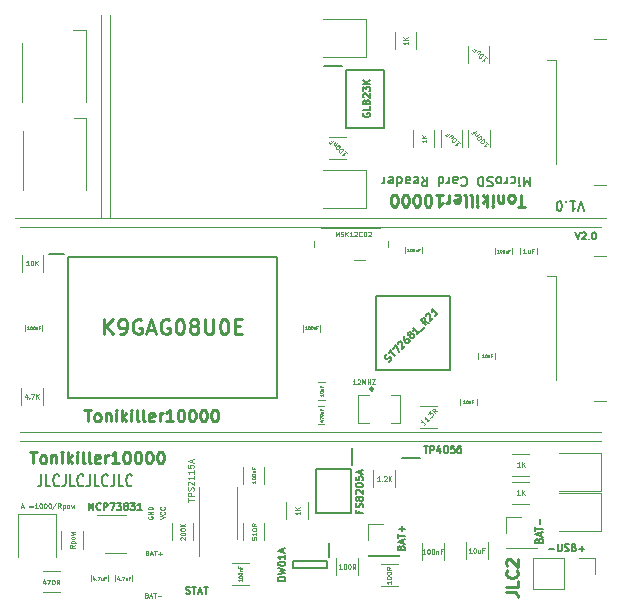
<source format=gbr>
%TF.GenerationSoftware,KiCad,Pcbnew,(6.0.5)*%
%TF.CreationDate,2023-08-07T21:45:28+03:00*%
%TF.ProjectId,JLC2,4a4c4332-2e6b-4696-9361-645f70636258,rev?*%
%TF.SameCoordinates,Original*%
%TF.FileFunction,Legend,Top*%
%TF.FilePolarity,Positive*%
%FSLAX46Y46*%
G04 Gerber Fmt 4.6, Leading zero omitted, Abs format (unit mm)*
G04 Created by KiCad (PCBNEW (6.0.5)) date 2023-08-07 21:45:28*
%MOMM*%
%LPD*%
G01*
G04 APERTURE LIST*
%ADD10C,0.100000*%
%ADD11C,0.200000*%
%ADD12C,0.250000*%
%ADD13C,0.150000*%
%ADD14C,0.062500*%
%ADD15C,0.075000*%
%ADD16C,0.254000*%
%ADD17C,0.120000*%
G04 APERTURE END LIST*
D10*
X147739999Y-96569999D02*
X98540000Y-96570000D01*
X148150000Y-77650000D02*
X98140000Y-77650000D01*
X147740000Y-95769998D02*
X98540001Y-95769999D01*
X106150000Y-60440000D02*
X106150000Y-77650000D01*
X105350000Y-60440000D02*
X105350000Y-77650000D01*
X147740000Y-78450000D02*
X98530000Y-78450000D01*
D11*
X141728571Y-74188095D02*
X141728571Y-74988095D01*
X141461904Y-74416666D01*
X141195238Y-74988095D01*
X141195238Y-74188095D01*
X140814285Y-74188095D02*
X140814285Y-74721428D01*
X140814285Y-74988095D02*
X140852380Y-74950000D01*
X140814285Y-74911904D01*
X140776190Y-74950000D01*
X140814285Y-74988095D01*
X140814285Y-74911904D01*
X140090476Y-74226190D02*
X140166666Y-74188095D01*
X140319047Y-74188095D01*
X140395238Y-74226190D01*
X140433333Y-74264285D01*
X140471428Y-74340476D01*
X140471428Y-74569047D01*
X140433333Y-74645238D01*
X140395238Y-74683333D01*
X140319047Y-74721428D01*
X140166666Y-74721428D01*
X140090476Y-74683333D01*
X139747619Y-74188095D02*
X139747619Y-74721428D01*
X139747619Y-74569047D02*
X139709523Y-74645238D01*
X139671428Y-74683333D01*
X139595238Y-74721428D01*
X139519047Y-74721428D01*
X139138095Y-74188095D02*
X139214285Y-74226190D01*
X139252380Y-74264285D01*
X139290476Y-74340476D01*
X139290476Y-74569047D01*
X139252380Y-74645238D01*
X139214285Y-74683333D01*
X139138095Y-74721428D01*
X139023809Y-74721428D01*
X138947619Y-74683333D01*
X138909523Y-74645238D01*
X138871428Y-74569047D01*
X138871428Y-74340476D01*
X138909523Y-74264285D01*
X138947619Y-74226190D01*
X139023809Y-74188095D01*
X139138095Y-74188095D01*
X138566666Y-74226190D02*
X138452380Y-74188095D01*
X138261904Y-74188095D01*
X138185714Y-74226190D01*
X138147619Y-74264285D01*
X138109523Y-74340476D01*
X138109523Y-74416666D01*
X138147619Y-74492857D01*
X138185714Y-74530952D01*
X138261904Y-74569047D01*
X138414285Y-74607142D01*
X138490476Y-74645238D01*
X138528571Y-74683333D01*
X138566666Y-74759523D01*
X138566666Y-74835714D01*
X138528571Y-74911904D01*
X138490476Y-74950000D01*
X138414285Y-74988095D01*
X138223809Y-74988095D01*
X138109523Y-74950000D01*
X137766666Y-74188095D02*
X137766666Y-74988095D01*
X137576190Y-74988095D01*
X137461904Y-74950000D01*
X137385714Y-74873809D01*
X137347619Y-74797619D01*
X137309523Y-74645238D01*
X137309523Y-74530952D01*
X137347619Y-74378571D01*
X137385714Y-74302380D01*
X137461904Y-74226190D01*
X137576190Y-74188095D01*
X137766666Y-74188095D01*
X135900000Y-74264285D02*
X135938095Y-74226190D01*
X136052380Y-74188095D01*
X136128571Y-74188095D01*
X136242857Y-74226190D01*
X136319047Y-74302380D01*
X136357142Y-74378571D01*
X136395238Y-74530952D01*
X136395238Y-74645238D01*
X136357142Y-74797619D01*
X136319047Y-74873809D01*
X136242857Y-74950000D01*
X136128571Y-74988095D01*
X136052380Y-74988095D01*
X135938095Y-74950000D01*
X135900000Y-74911904D01*
X135214285Y-74188095D02*
X135214285Y-74607142D01*
X135252380Y-74683333D01*
X135328571Y-74721428D01*
X135480952Y-74721428D01*
X135557142Y-74683333D01*
X135214285Y-74226190D02*
X135290476Y-74188095D01*
X135480952Y-74188095D01*
X135557142Y-74226190D01*
X135595238Y-74302380D01*
X135595238Y-74378571D01*
X135557142Y-74454761D01*
X135480952Y-74492857D01*
X135290476Y-74492857D01*
X135214285Y-74530952D01*
X134833333Y-74188095D02*
X134833333Y-74721428D01*
X134833333Y-74569047D02*
X134795238Y-74645238D01*
X134757142Y-74683333D01*
X134680952Y-74721428D01*
X134604761Y-74721428D01*
X133995238Y-74188095D02*
X133995238Y-74988095D01*
X133995238Y-74226190D02*
X134071428Y-74188095D01*
X134223809Y-74188095D01*
X134300000Y-74226190D01*
X134338095Y-74264285D01*
X134376190Y-74340476D01*
X134376190Y-74569047D01*
X134338095Y-74645238D01*
X134300000Y-74683333D01*
X134223809Y-74721428D01*
X134071428Y-74721428D01*
X133995238Y-74683333D01*
X132547619Y-74188095D02*
X132814285Y-74569047D01*
X133004761Y-74188095D02*
X133004761Y-74988095D01*
X132700000Y-74988095D01*
X132623809Y-74950000D01*
X132585714Y-74911904D01*
X132547619Y-74835714D01*
X132547619Y-74721428D01*
X132585714Y-74645238D01*
X132623809Y-74607142D01*
X132700000Y-74569047D01*
X133004761Y-74569047D01*
X131900000Y-74226190D02*
X131976190Y-74188095D01*
X132128571Y-74188095D01*
X132204761Y-74226190D01*
X132242857Y-74302380D01*
X132242857Y-74607142D01*
X132204761Y-74683333D01*
X132128571Y-74721428D01*
X131976190Y-74721428D01*
X131900000Y-74683333D01*
X131861904Y-74607142D01*
X131861904Y-74530952D01*
X132242857Y-74454761D01*
X131176190Y-74188095D02*
X131176190Y-74607142D01*
X131214285Y-74683333D01*
X131290476Y-74721428D01*
X131442857Y-74721428D01*
X131519047Y-74683333D01*
X131176190Y-74226190D02*
X131252380Y-74188095D01*
X131442857Y-74188095D01*
X131519047Y-74226190D01*
X131557142Y-74302380D01*
X131557142Y-74378571D01*
X131519047Y-74454761D01*
X131442857Y-74492857D01*
X131252380Y-74492857D01*
X131176190Y-74530952D01*
X130452380Y-74188095D02*
X130452380Y-74988095D01*
X130452380Y-74226190D02*
X130528571Y-74188095D01*
X130680952Y-74188095D01*
X130757142Y-74226190D01*
X130795238Y-74264285D01*
X130833333Y-74340476D01*
X130833333Y-74569047D01*
X130795238Y-74645238D01*
X130757142Y-74683333D01*
X130680952Y-74721428D01*
X130528571Y-74721428D01*
X130452380Y-74683333D01*
X129766666Y-74226190D02*
X129842857Y-74188095D01*
X129995238Y-74188095D01*
X130071428Y-74226190D01*
X130109523Y-74302380D01*
X130109523Y-74607142D01*
X130071428Y-74683333D01*
X129995238Y-74721428D01*
X129842857Y-74721428D01*
X129766666Y-74683333D01*
X129728571Y-74607142D01*
X129728571Y-74530952D01*
X130109523Y-74454761D01*
X129385714Y-74188095D02*
X129385714Y-74721428D01*
X129385714Y-74569047D02*
X129347619Y-74645238D01*
X129309523Y-74683333D01*
X129233333Y-74721428D01*
X129157142Y-74721428D01*
D12*
X139692380Y-109368095D02*
X140406666Y-109368095D01*
X140549523Y-109415714D01*
X140644761Y-109510952D01*
X140692380Y-109653809D01*
X140692380Y-109749047D01*
X140692380Y-108415714D02*
X140692380Y-108891904D01*
X139692380Y-108891904D01*
X140597142Y-107510952D02*
X140644761Y-107558571D01*
X140692380Y-107701428D01*
X140692380Y-107796666D01*
X140644761Y-107939523D01*
X140549523Y-108034761D01*
X140454285Y-108082380D01*
X140263809Y-108130000D01*
X140120952Y-108130000D01*
X139930476Y-108082380D01*
X139835238Y-108034761D01*
X139740000Y-107939523D01*
X139692380Y-107796666D01*
X139692380Y-107701428D01*
X139740000Y-107558571D01*
X139787619Y-107510952D01*
X139787619Y-107130000D02*
X139740000Y-107082380D01*
X139692380Y-106987142D01*
X139692380Y-106749047D01*
X139740000Y-106653809D01*
X139787619Y-106606190D01*
X139882857Y-106558571D01*
X139978095Y-106558571D01*
X140120952Y-106606190D01*
X140692380Y-107177619D01*
X140692380Y-106558571D01*
D13*
X145535715Y-78881427D02*
X145735715Y-79481427D01*
X145935715Y-78881427D01*
X146107143Y-78938570D02*
X146135715Y-78909999D01*
X146192858Y-78881427D01*
X146335715Y-78881427D01*
X146392858Y-78909999D01*
X146421429Y-78938570D01*
X146450001Y-78995713D01*
X146450001Y-79052856D01*
X146421429Y-79138570D01*
X146078572Y-79481427D01*
X146450001Y-79481427D01*
X146707143Y-79424284D02*
X146735715Y-79452856D01*
X146707143Y-79481427D01*
X146678572Y-79452856D01*
X146707143Y-79424284D01*
X146707143Y-79481427D01*
X147107143Y-78881427D02*
X147164286Y-78881427D01*
X147221429Y-78909999D01*
X147250001Y-78938570D01*
X147278572Y-78995713D01*
X147307143Y-79109999D01*
X147307143Y-79252856D01*
X147278572Y-79367141D01*
X147250001Y-79424284D01*
X147221429Y-79452856D01*
X147164286Y-79481427D01*
X147107143Y-79481427D01*
X147050001Y-79452856D01*
X147021429Y-79424284D01*
X146992858Y-79367141D01*
X146964286Y-79252856D01*
X146964286Y-79109999D01*
X146992858Y-78995713D01*
X147021429Y-78938570D01*
X147050001Y-78909999D01*
X147107143Y-78881427D01*
D11*
X100349523Y-99382380D02*
X100349523Y-100096666D01*
X100311428Y-100239523D01*
X100235238Y-100334761D01*
X100120952Y-100382380D01*
X100044761Y-100382380D01*
X101111428Y-100382380D02*
X100730476Y-100382380D01*
X100730476Y-99382380D01*
X101835238Y-100287142D02*
X101797142Y-100334761D01*
X101682857Y-100382380D01*
X101606666Y-100382380D01*
X101492380Y-100334761D01*
X101416190Y-100239523D01*
X101378095Y-100144285D01*
X101340000Y-99953809D01*
X101340000Y-99810952D01*
X101378095Y-99620476D01*
X101416190Y-99525238D01*
X101492380Y-99430000D01*
X101606666Y-99382380D01*
X101682857Y-99382380D01*
X101797142Y-99430000D01*
X101835238Y-99477619D01*
X102406666Y-99382380D02*
X102406666Y-100096666D01*
X102368571Y-100239523D01*
X102292380Y-100334761D01*
X102178095Y-100382380D01*
X102101904Y-100382380D01*
X103168571Y-100382380D02*
X102787619Y-100382380D01*
X102787619Y-99382380D01*
X103892380Y-100287142D02*
X103854285Y-100334761D01*
X103740000Y-100382380D01*
X103663809Y-100382380D01*
X103549523Y-100334761D01*
X103473333Y-100239523D01*
X103435238Y-100144285D01*
X103397142Y-99953809D01*
X103397142Y-99810952D01*
X103435238Y-99620476D01*
X103473333Y-99525238D01*
X103549523Y-99430000D01*
X103663809Y-99382380D01*
X103740000Y-99382380D01*
X103854285Y-99430000D01*
X103892380Y-99477619D01*
X104463809Y-99382380D02*
X104463809Y-100096666D01*
X104425714Y-100239523D01*
X104349523Y-100334761D01*
X104235238Y-100382380D01*
X104159047Y-100382380D01*
X105225714Y-100382380D02*
X104844761Y-100382380D01*
X104844761Y-99382380D01*
X105949523Y-100287142D02*
X105911428Y-100334761D01*
X105797142Y-100382380D01*
X105720952Y-100382380D01*
X105606666Y-100334761D01*
X105530476Y-100239523D01*
X105492380Y-100144285D01*
X105454285Y-99953809D01*
X105454285Y-99810952D01*
X105492380Y-99620476D01*
X105530476Y-99525238D01*
X105606666Y-99430000D01*
X105720952Y-99382380D01*
X105797142Y-99382380D01*
X105911428Y-99430000D01*
X105949523Y-99477619D01*
X106520952Y-99382380D02*
X106520952Y-100096666D01*
X106482857Y-100239523D01*
X106406666Y-100334761D01*
X106292380Y-100382380D01*
X106216190Y-100382380D01*
X107282857Y-100382380D02*
X106901904Y-100382380D01*
X106901904Y-99382380D01*
X108006666Y-100287142D02*
X107968571Y-100334761D01*
X107854285Y-100382380D01*
X107778095Y-100382380D01*
X107663809Y-100334761D01*
X107587619Y-100239523D01*
X107549523Y-100144285D01*
X107511428Y-99953809D01*
X107511428Y-99810952D01*
X107549523Y-99620476D01*
X107587619Y-99525238D01*
X107663809Y-99430000D01*
X107778095Y-99382380D01*
X107854285Y-99382380D01*
X107968571Y-99430000D01*
X108006666Y-99477619D01*
D12*
X99375714Y-97442380D02*
X99947142Y-97442380D01*
X99661428Y-98442380D02*
X99661428Y-97442380D01*
X100423333Y-98442380D02*
X100328095Y-98394761D01*
X100280476Y-98347142D01*
X100232857Y-98251904D01*
X100232857Y-97966190D01*
X100280476Y-97870952D01*
X100328095Y-97823333D01*
X100423333Y-97775714D01*
X100566190Y-97775714D01*
X100661428Y-97823333D01*
X100709047Y-97870952D01*
X100756666Y-97966190D01*
X100756666Y-98251904D01*
X100709047Y-98347142D01*
X100661428Y-98394761D01*
X100566190Y-98442380D01*
X100423333Y-98442380D01*
X101185238Y-97775714D02*
X101185238Y-98442380D01*
X101185238Y-97870952D02*
X101232857Y-97823333D01*
X101328095Y-97775714D01*
X101470952Y-97775714D01*
X101566190Y-97823333D01*
X101613809Y-97918571D01*
X101613809Y-98442380D01*
X102090000Y-98442380D02*
X102090000Y-97775714D01*
X102090000Y-97442380D02*
X102042380Y-97490000D01*
X102090000Y-97537619D01*
X102137619Y-97490000D01*
X102090000Y-97442380D01*
X102090000Y-97537619D01*
X102566190Y-98442380D02*
X102566190Y-97442380D01*
X102661428Y-98061428D02*
X102947142Y-98442380D01*
X102947142Y-97775714D02*
X102566190Y-98156666D01*
X103375714Y-98442380D02*
X103375714Y-97775714D01*
X103375714Y-97442380D02*
X103328095Y-97490000D01*
X103375714Y-97537619D01*
X103423333Y-97490000D01*
X103375714Y-97442380D01*
X103375714Y-97537619D01*
X103994761Y-98442380D02*
X103899523Y-98394761D01*
X103851904Y-98299523D01*
X103851904Y-97442380D01*
X104518571Y-98442380D02*
X104423333Y-98394761D01*
X104375714Y-98299523D01*
X104375714Y-97442380D01*
X105280476Y-98394761D02*
X105185238Y-98442380D01*
X104994761Y-98442380D01*
X104899523Y-98394761D01*
X104851904Y-98299523D01*
X104851904Y-97918571D01*
X104899523Y-97823333D01*
X104994761Y-97775714D01*
X105185238Y-97775714D01*
X105280476Y-97823333D01*
X105328095Y-97918571D01*
X105328095Y-98013809D01*
X104851904Y-98109047D01*
X105756666Y-98442380D02*
X105756666Y-97775714D01*
X105756666Y-97966190D02*
X105804285Y-97870952D01*
X105851904Y-97823333D01*
X105947142Y-97775714D01*
X106042380Y-97775714D01*
X106899523Y-98442380D02*
X106328095Y-98442380D01*
X106613809Y-98442380D02*
X106613809Y-97442380D01*
X106518571Y-97585238D01*
X106423333Y-97680476D01*
X106328095Y-97728095D01*
X107518571Y-97442380D02*
X107613809Y-97442380D01*
X107709047Y-97490000D01*
X107756666Y-97537619D01*
X107804285Y-97632857D01*
X107851904Y-97823333D01*
X107851904Y-98061428D01*
X107804285Y-98251904D01*
X107756666Y-98347142D01*
X107709047Y-98394761D01*
X107613809Y-98442380D01*
X107518571Y-98442380D01*
X107423333Y-98394761D01*
X107375714Y-98347142D01*
X107328095Y-98251904D01*
X107280476Y-98061428D01*
X107280476Y-97823333D01*
X107328095Y-97632857D01*
X107375714Y-97537619D01*
X107423333Y-97490000D01*
X107518571Y-97442380D01*
X108470952Y-97442380D02*
X108566190Y-97442380D01*
X108661428Y-97490000D01*
X108709047Y-97537619D01*
X108756666Y-97632857D01*
X108804285Y-97823333D01*
X108804285Y-98061428D01*
X108756666Y-98251904D01*
X108709047Y-98347142D01*
X108661428Y-98394761D01*
X108566190Y-98442380D01*
X108470952Y-98442380D01*
X108375714Y-98394761D01*
X108328095Y-98347142D01*
X108280476Y-98251904D01*
X108232857Y-98061428D01*
X108232857Y-97823333D01*
X108280476Y-97632857D01*
X108328095Y-97537619D01*
X108375714Y-97490000D01*
X108470952Y-97442380D01*
X109423333Y-97442380D02*
X109518571Y-97442380D01*
X109613809Y-97490000D01*
X109661428Y-97537619D01*
X109709047Y-97632857D01*
X109756666Y-97823333D01*
X109756666Y-98061428D01*
X109709047Y-98251904D01*
X109661428Y-98347142D01*
X109613809Y-98394761D01*
X109518571Y-98442380D01*
X109423333Y-98442380D01*
X109328095Y-98394761D01*
X109280476Y-98347142D01*
X109232857Y-98251904D01*
X109185238Y-98061428D01*
X109185238Y-97823333D01*
X109232857Y-97632857D01*
X109280476Y-97537619D01*
X109328095Y-97490000D01*
X109423333Y-97442380D01*
X110375714Y-97442380D02*
X110470952Y-97442380D01*
X110566190Y-97490000D01*
X110613809Y-97537619D01*
X110661428Y-97632857D01*
X110709047Y-97823333D01*
X110709047Y-98061428D01*
X110661428Y-98251904D01*
X110613809Y-98347142D01*
X110566190Y-98394761D01*
X110470952Y-98442380D01*
X110375714Y-98442380D01*
X110280476Y-98394761D01*
X110232857Y-98347142D01*
X110185238Y-98251904D01*
X110137619Y-98061428D01*
X110137619Y-97823333D01*
X110185238Y-97632857D01*
X110232857Y-97537619D01*
X110280476Y-97490000D01*
X110375714Y-97442380D01*
D13*
X112594285Y-109452857D02*
X112680000Y-109481428D01*
X112822857Y-109481428D01*
X112880000Y-109452857D01*
X112908571Y-109424285D01*
X112937142Y-109367142D01*
X112937142Y-109310000D01*
X112908571Y-109252857D01*
X112880000Y-109224285D01*
X112822857Y-109195714D01*
X112708571Y-109167142D01*
X112651428Y-109138571D01*
X112622857Y-109110000D01*
X112594285Y-109052857D01*
X112594285Y-108995714D01*
X112622857Y-108938571D01*
X112651428Y-108910000D01*
X112708571Y-108881428D01*
X112851428Y-108881428D01*
X112937142Y-108910000D01*
X113108571Y-108881428D02*
X113451428Y-108881428D01*
X113280000Y-109481428D02*
X113280000Y-108881428D01*
X113622857Y-109310000D02*
X113908571Y-109310000D01*
X113565714Y-109481428D02*
X113765714Y-108881428D01*
X113965714Y-109481428D01*
X114080000Y-108881428D02*
X114422857Y-108881428D01*
X114251428Y-109481428D02*
X114251428Y-108881428D01*
D10*
X98644404Y-102116666D02*
X98834880Y-102116666D01*
X98606309Y-102230952D02*
X98739642Y-101830952D01*
X98872976Y-102230952D01*
X99311071Y-102021428D02*
X99615833Y-102021428D01*
X99615833Y-102135714D02*
X99311071Y-102135714D01*
X100015833Y-102230952D02*
X99787261Y-102230952D01*
X99901547Y-102230952D02*
X99901547Y-101830952D01*
X99863452Y-101888095D01*
X99825357Y-101926190D01*
X99787261Y-101945238D01*
X100263452Y-101830952D02*
X100301547Y-101830952D01*
X100339642Y-101850000D01*
X100358690Y-101869047D01*
X100377738Y-101907142D01*
X100396785Y-101983333D01*
X100396785Y-102078571D01*
X100377738Y-102154761D01*
X100358690Y-102192857D01*
X100339642Y-102211904D01*
X100301547Y-102230952D01*
X100263452Y-102230952D01*
X100225357Y-102211904D01*
X100206309Y-102192857D01*
X100187261Y-102154761D01*
X100168214Y-102078571D01*
X100168214Y-101983333D01*
X100187261Y-101907142D01*
X100206309Y-101869047D01*
X100225357Y-101850000D01*
X100263452Y-101830952D01*
X100644404Y-101830952D02*
X100682500Y-101830952D01*
X100720595Y-101850000D01*
X100739642Y-101869047D01*
X100758690Y-101907142D01*
X100777738Y-101983333D01*
X100777738Y-102078571D01*
X100758690Y-102154761D01*
X100739642Y-102192857D01*
X100720595Y-102211904D01*
X100682500Y-102230952D01*
X100644404Y-102230952D01*
X100606309Y-102211904D01*
X100587261Y-102192857D01*
X100568214Y-102154761D01*
X100549166Y-102078571D01*
X100549166Y-101983333D01*
X100568214Y-101907142D01*
X100587261Y-101869047D01*
X100606309Y-101850000D01*
X100644404Y-101830952D01*
X101025357Y-101830952D02*
X101063452Y-101830952D01*
X101101547Y-101850000D01*
X101120595Y-101869047D01*
X101139642Y-101907142D01*
X101158690Y-101983333D01*
X101158690Y-102078571D01*
X101139642Y-102154761D01*
X101120595Y-102192857D01*
X101101547Y-102211904D01*
X101063452Y-102230952D01*
X101025357Y-102230952D01*
X100987261Y-102211904D01*
X100968214Y-102192857D01*
X100949166Y-102154761D01*
X100930119Y-102078571D01*
X100930119Y-101983333D01*
X100949166Y-101907142D01*
X100968214Y-101869047D01*
X100987261Y-101850000D01*
X101025357Y-101830952D01*
X101615833Y-101811904D02*
X101272976Y-102326190D01*
X101977738Y-102230952D02*
X101844404Y-102040476D01*
X101749166Y-102230952D02*
X101749166Y-101830952D01*
X101901547Y-101830952D01*
X101939642Y-101850000D01*
X101958690Y-101869047D01*
X101977738Y-101907142D01*
X101977738Y-101964285D01*
X101958690Y-102002380D01*
X101939642Y-102021428D01*
X101901547Y-102040476D01*
X101749166Y-102040476D01*
X102149166Y-101964285D02*
X102149166Y-102364285D01*
X102149166Y-101983333D02*
X102187261Y-101964285D01*
X102263452Y-101964285D01*
X102301547Y-101983333D01*
X102320595Y-102002380D01*
X102339642Y-102040476D01*
X102339642Y-102154761D01*
X102320595Y-102192857D01*
X102301547Y-102211904D01*
X102263452Y-102230952D01*
X102187261Y-102230952D01*
X102149166Y-102211904D01*
X102568214Y-102230952D02*
X102530119Y-102211904D01*
X102511071Y-102192857D01*
X102492023Y-102154761D01*
X102492023Y-102040476D01*
X102511071Y-102002380D01*
X102530119Y-101983333D01*
X102568214Y-101964285D01*
X102625357Y-101964285D01*
X102663452Y-101983333D01*
X102682500Y-102002380D01*
X102701547Y-102040476D01*
X102701547Y-102154761D01*
X102682500Y-102192857D01*
X102663452Y-102211904D01*
X102625357Y-102230952D01*
X102568214Y-102230952D01*
X102834880Y-101964285D02*
X102911071Y-102230952D01*
X102987261Y-102040476D01*
X103063452Y-102230952D01*
X103139642Y-101964285D01*
D12*
X103965715Y-93882379D02*
X104537143Y-93882379D01*
X104251429Y-94882379D02*
X104251429Y-93882379D01*
X105013334Y-94882379D02*
X104918096Y-94834760D01*
X104870477Y-94787141D01*
X104822858Y-94691903D01*
X104822858Y-94406189D01*
X104870477Y-94310951D01*
X104918096Y-94263332D01*
X105013334Y-94215713D01*
X105156191Y-94215713D01*
X105251429Y-94263332D01*
X105299048Y-94310951D01*
X105346667Y-94406189D01*
X105346667Y-94691903D01*
X105299048Y-94787141D01*
X105251429Y-94834760D01*
X105156191Y-94882379D01*
X105013334Y-94882379D01*
X105775239Y-94215713D02*
X105775239Y-94882379D01*
X105775239Y-94310951D02*
X105822858Y-94263332D01*
X105918096Y-94215713D01*
X106060953Y-94215713D01*
X106156191Y-94263332D01*
X106203810Y-94358570D01*
X106203810Y-94882379D01*
X106680001Y-94882379D02*
X106680001Y-94215713D01*
X106680001Y-93882379D02*
X106632381Y-93929999D01*
X106680001Y-93977618D01*
X106727620Y-93929999D01*
X106680001Y-93882379D01*
X106680001Y-93977618D01*
X107156191Y-94882379D02*
X107156191Y-93882379D01*
X107251429Y-94501427D02*
X107537143Y-94882379D01*
X107537143Y-94215713D02*
X107156191Y-94596665D01*
X107965715Y-94882379D02*
X107965715Y-94215713D01*
X107965715Y-93882379D02*
X107918096Y-93929999D01*
X107965715Y-93977618D01*
X108013334Y-93929999D01*
X107965715Y-93882379D01*
X107965715Y-93977618D01*
X108584762Y-94882379D02*
X108489524Y-94834760D01*
X108441905Y-94739522D01*
X108441905Y-93882379D01*
X109108572Y-94882379D02*
X109013334Y-94834760D01*
X108965715Y-94739522D01*
X108965715Y-93882379D01*
X109870477Y-94834760D02*
X109775239Y-94882379D01*
X109584762Y-94882379D01*
X109489524Y-94834760D01*
X109441905Y-94739522D01*
X109441905Y-94358570D01*
X109489524Y-94263332D01*
X109584762Y-94215713D01*
X109775239Y-94215713D01*
X109870477Y-94263332D01*
X109918096Y-94358570D01*
X109918096Y-94453808D01*
X109441905Y-94549046D01*
X110346667Y-94882379D02*
X110346667Y-94215713D01*
X110346667Y-94406189D02*
X110394286Y-94310951D01*
X110441905Y-94263332D01*
X110537143Y-94215713D01*
X110632381Y-94215713D01*
X111489524Y-94882379D02*
X110918096Y-94882379D01*
X111203810Y-94882379D02*
X111203810Y-93882379D01*
X111108572Y-94025237D01*
X111013334Y-94120475D01*
X110918096Y-94168094D01*
X112108572Y-93882379D02*
X112203810Y-93882379D01*
X112299048Y-93929999D01*
X112346667Y-93977618D01*
X112394286Y-94072856D01*
X112441905Y-94263332D01*
X112441905Y-94501427D01*
X112394286Y-94691903D01*
X112346667Y-94787141D01*
X112299048Y-94834760D01*
X112203810Y-94882379D01*
X112108572Y-94882379D01*
X112013334Y-94834760D01*
X111965715Y-94787141D01*
X111918096Y-94691903D01*
X111870477Y-94501427D01*
X111870477Y-94263332D01*
X111918096Y-94072856D01*
X111965715Y-93977618D01*
X112013334Y-93929999D01*
X112108572Y-93882379D01*
X113060953Y-93882379D02*
X113156191Y-93882379D01*
X113251429Y-93929999D01*
X113299048Y-93977618D01*
X113346667Y-94072856D01*
X113394286Y-94263332D01*
X113394286Y-94501427D01*
X113346667Y-94691903D01*
X113299048Y-94787141D01*
X113251429Y-94834760D01*
X113156191Y-94882379D01*
X113060953Y-94882379D01*
X112965715Y-94834760D01*
X112918096Y-94787141D01*
X112870477Y-94691903D01*
X112822858Y-94501427D01*
X112822858Y-94263332D01*
X112870477Y-94072856D01*
X112918096Y-93977618D01*
X112965715Y-93929999D01*
X113060953Y-93882379D01*
X114013334Y-93882379D02*
X114108572Y-93882379D01*
X114203810Y-93929999D01*
X114251429Y-93977618D01*
X114299048Y-94072856D01*
X114346667Y-94263332D01*
X114346667Y-94501427D01*
X114299048Y-94691903D01*
X114251429Y-94787141D01*
X114203810Y-94834760D01*
X114108572Y-94882379D01*
X114013334Y-94882379D01*
X113918096Y-94834760D01*
X113870477Y-94787141D01*
X113822858Y-94691903D01*
X113775239Y-94501427D01*
X113775239Y-94263332D01*
X113822858Y-94072856D01*
X113870477Y-93977618D01*
X113918096Y-93929999D01*
X114013334Y-93882379D01*
X114965715Y-93882379D02*
X115060953Y-93882379D01*
X115156191Y-93929999D01*
X115203810Y-93977618D01*
X115251429Y-94072856D01*
X115299048Y-94263332D01*
X115299048Y-94501427D01*
X115251429Y-94691903D01*
X115203810Y-94787141D01*
X115156191Y-94834760D01*
X115060953Y-94882379D01*
X114965715Y-94882379D01*
X114870477Y-94834760D01*
X114822858Y-94787141D01*
X114775239Y-94691903D01*
X114727620Y-94501427D01*
X114727620Y-94263332D01*
X114775239Y-94072856D01*
X114822858Y-93977618D01*
X114870477Y-93929999D01*
X114965715Y-93882379D01*
X141264285Y-76697619D02*
X140692857Y-76697619D01*
X140978571Y-75697619D02*
X140978571Y-76697619D01*
X140216666Y-75697619D02*
X140311904Y-75745238D01*
X140359523Y-75792857D01*
X140407142Y-75888095D01*
X140407142Y-76173809D01*
X140359523Y-76269047D01*
X140311904Y-76316666D01*
X140216666Y-76364285D01*
X140073809Y-76364285D01*
X139978571Y-76316666D01*
X139930952Y-76269047D01*
X139883333Y-76173809D01*
X139883333Y-75888095D01*
X139930952Y-75792857D01*
X139978571Y-75745238D01*
X140073809Y-75697619D01*
X140216666Y-75697619D01*
X139454761Y-76364285D02*
X139454761Y-75697619D01*
X139454761Y-76269047D02*
X139407142Y-76316666D01*
X139311904Y-76364285D01*
X139169047Y-76364285D01*
X139073809Y-76316666D01*
X139026190Y-76221428D01*
X139026190Y-75697619D01*
X138550000Y-75697619D02*
X138550000Y-76364285D01*
X138550000Y-76697619D02*
X138597619Y-76650000D01*
X138550000Y-76602380D01*
X138502380Y-76650000D01*
X138550000Y-76697619D01*
X138550000Y-76602380D01*
X138073809Y-75697619D02*
X138073809Y-76697619D01*
X137978571Y-76078571D02*
X137692857Y-75697619D01*
X137692857Y-76364285D02*
X138073809Y-75983333D01*
X137264285Y-75697619D02*
X137264285Y-76364285D01*
X137264285Y-76697619D02*
X137311904Y-76650000D01*
X137264285Y-76602380D01*
X137216666Y-76650000D01*
X137264285Y-76697619D01*
X137264285Y-76602380D01*
X136645238Y-75697619D02*
X136740476Y-75745238D01*
X136788095Y-75840476D01*
X136788095Y-76697619D01*
X136121428Y-75697619D02*
X136216666Y-75745238D01*
X136264285Y-75840476D01*
X136264285Y-76697619D01*
X135359523Y-75745238D02*
X135454761Y-75697619D01*
X135645238Y-75697619D01*
X135740476Y-75745238D01*
X135788095Y-75840476D01*
X135788095Y-76221428D01*
X135740476Y-76316666D01*
X135645238Y-76364285D01*
X135454761Y-76364285D01*
X135359523Y-76316666D01*
X135311904Y-76221428D01*
X135311904Y-76126190D01*
X135788095Y-76030952D01*
X134883333Y-75697619D02*
X134883333Y-76364285D01*
X134883333Y-76173809D02*
X134835714Y-76269047D01*
X134788095Y-76316666D01*
X134692857Y-76364285D01*
X134597619Y-76364285D01*
X133740476Y-75697619D02*
X134311904Y-75697619D01*
X134026190Y-75697619D02*
X134026190Y-76697619D01*
X134121428Y-76554761D01*
X134216666Y-76459523D01*
X134311904Y-76411904D01*
X133121428Y-76697619D02*
X133026190Y-76697619D01*
X132930952Y-76650000D01*
X132883333Y-76602380D01*
X132835714Y-76507142D01*
X132788095Y-76316666D01*
X132788095Y-76078571D01*
X132835714Y-75888095D01*
X132883333Y-75792857D01*
X132930952Y-75745238D01*
X133026190Y-75697619D01*
X133121428Y-75697619D01*
X133216666Y-75745238D01*
X133264285Y-75792857D01*
X133311904Y-75888095D01*
X133359523Y-76078571D01*
X133359523Y-76316666D01*
X133311904Y-76507142D01*
X133264285Y-76602380D01*
X133216666Y-76650000D01*
X133121428Y-76697619D01*
X132169047Y-76697619D02*
X132073809Y-76697619D01*
X131978571Y-76650000D01*
X131930952Y-76602380D01*
X131883333Y-76507142D01*
X131835714Y-76316666D01*
X131835714Y-76078571D01*
X131883333Y-75888095D01*
X131930952Y-75792857D01*
X131978571Y-75745238D01*
X132073809Y-75697619D01*
X132169047Y-75697619D01*
X132264285Y-75745238D01*
X132311904Y-75792857D01*
X132359523Y-75888095D01*
X132407142Y-76078571D01*
X132407142Y-76316666D01*
X132359523Y-76507142D01*
X132311904Y-76602380D01*
X132264285Y-76650000D01*
X132169047Y-76697619D01*
X131216666Y-76697619D02*
X131121428Y-76697619D01*
X131026190Y-76650000D01*
X130978571Y-76602380D01*
X130930952Y-76507142D01*
X130883333Y-76316666D01*
X130883333Y-76078571D01*
X130930952Y-75888095D01*
X130978571Y-75792857D01*
X131026190Y-75745238D01*
X131121428Y-75697619D01*
X131216666Y-75697619D01*
X131311904Y-75745238D01*
X131359523Y-75792857D01*
X131407142Y-75888095D01*
X131454761Y-76078571D01*
X131454761Y-76316666D01*
X131407142Y-76507142D01*
X131359523Y-76602380D01*
X131311904Y-76650000D01*
X131216666Y-76697619D01*
X130264285Y-76697619D02*
X130169047Y-76697619D01*
X130073809Y-76650000D01*
X130026190Y-76602380D01*
X129978571Y-76507142D01*
X129930952Y-76316666D01*
X129930952Y-76078571D01*
X129978571Y-75888095D01*
X130026190Y-75792857D01*
X130073809Y-75745238D01*
X130169047Y-75697619D01*
X130264285Y-75697619D01*
X130359523Y-75745238D01*
X130407142Y-75792857D01*
X130454761Y-75888095D01*
X130502380Y-76078571D01*
X130502380Y-76316666D01*
X130454761Y-76507142D01*
X130407142Y-76602380D01*
X130359523Y-76650000D01*
X130264285Y-76697619D01*
D11*
X146319047Y-77038095D02*
X146052380Y-76238095D01*
X145785714Y-77038095D01*
X145100000Y-76238095D02*
X145557142Y-76238095D01*
X145328571Y-76238095D02*
X145328571Y-77038095D01*
X145404761Y-76923809D01*
X145480952Y-76847619D01*
X145557142Y-76809523D01*
X144757142Y-76314285D02*
X144719047Y-76276190D01*
X144757142Y-76238095D01*
X144795238Y-76276190D01*
X144757142Y-76314285D01*
X144757142Y-76238095D01*
X144223809Y-77038095D02*
X144147619Y-77038095D01*
X144071428Y-77000000D01*
X144033333Y-76961904D01*
X143995238Y-76885714D01*
X143957142Y-76733333D01*
X143957142Y-76542857D01*
X143995238Y-76390476D01*
X144033333Y-76314285D01*
X144071428Y-76276190D01*
X144147619Y-76238095D01*
X144223809Y-76238095D01*
X144300000Y-76276190D01*
X144338095Y-76314285D01*
X144376190Y-76390476D01*
X144414285Y-76542857D01*
X144414285Y-76733333D01*
X144376190Y-76885714D01*
X144338095Y-76961904D01*
X144300000Y-77000000D01*
X144223809Y-77038095D01*
D10*
%TO.C,R1*%
X140854285Y-98724702D02*
X140625714Y-98724702D01*
X140740000Y-98724702D02*
X140740000Y-98324702D01*
X140701904Y-98381845D01*
X140663809Y-98419940D01*
X140625714Y-98438988D01*
X141025714Y-98724702D02*
X141025714Y-98324702D01*
X141254285Y-98724702D02*
X141082857Y-98496130D01*
X141254285Y-98324702D02*
X141025714Y-98553273D01*
%TO.C,Rr*%
X112139047Y-104925238D02*
X112120000Y-104906190D01*
X112100952Y-104868095D01*
X112100952Y-104772857D01*
X112120000Y-104734761D01*
X112139047Y-104715714D01*
X112177142Y-104696666D01*
X112215238Y-104696666D01*
X112272380Y-104715714D01*
X112500952Y-104944285D01*
X112500952Y-104696666D01*
X112100952Y-104449047D02*
X112100952Y-104410952D01*
X112120000Y-104372857D01*
X112139047Y-104353809D01*
X112177142Y-104334761D01*
X112253333Y-104315714D01*
X112348571Y-104315714D01*
X112424761Y-104334761D01*
X112462857Y-104353809D01*
X112481904Y-104372857D01*
X112500952Y-104410952D01*
X112500952Y-104449047D01*
X112481904Y-104487142D01*
X112462857Y-104506190D01*
X112424761Y-104525238D01*
X112348571Y-104544285D01*
X112253333Y-104544285D01*
X112177142Y-104525238D01*
X112139047Y-104506190D01*
X112120000Y-104487142D01*
X112100952Y-104449047D01*
X112100952Y-104068095D02*
X112100952Y-104030000D01*
X112120000Y-103991904D01*
X112139047Y-103972857D01*
X112177142Y-103953809D01*
X112253333Y-103934761D01*
X112348571Y-103934761D01*
X112424761Y-103953809D01*
X112462857Y-103972857D01*
X112481904Y-103991904D01*
X112500952Y-104030000D01*
X112500952Y-104068095D01*
X112481904Y-104106190D01*
X112462857Y-104125238D01*
X112424761Y-104144285D01*
X112348571Y-104163333D01*
X112253333Y-104163333D01*
X112177142Y-104144285D01*
X112139047Y-104125238D01*
X112120000Y-104106190D01*
X112100952Y-104068095D01*
X112500952Y-103763333D02*
X112100952Y-103763333D01*
X112500952Y-103534761D02*
X112272380Y-103706190D01*
X112100952Y-103534761D02*
X112329523Y-103763333D01*
D13*
%TO.C,REF\u002A\u002A*%
X104333928Y-102391428D02*
X104333928Y-101791428D01*
X104533928Y-102220000D01*
X104733928Y-101791428D01*
X104733928Y-102391428D01*
X105362500Y-102334285D02*
X105333928Y-102362857D01*
X105248214Y-102391428D01*
X105191071Y-102391428D01*
X105105357Y-102362857D01*
X105048214Y-102305714D01*
X105019642Y-102248571D01*
X104991071Y-102134285D01*
X104991071Y-102048571D01*
X105019642Y-101934285D01*
X105048214Y-101877142D01*
X105105357Y-101820000D01*
X105191071Y-101791428D01*
X105248214Y-101791428D01*
X105333928Y-101820000D01*
X105362500Y-101848571D01*
X105619642Y-102391428D02*
X105619642Y-101791428D01*
X105848214Y-101791428D01*
X105905357Y-101820000D01*
X105933928Y-101848571D01*
X105962500Y-101905714D01*
X105962500Y-101991428D01*
X105933928Y-102048571D01*
X105905357Y-102077142D01*
X105848214Y-102105714D01*
X105619642Y-102105714D01*
X106162500Y-101791428D02*
X106562500Y-101791428D01*
X106305357Y-102391428D01*
X106733928Y-101791428D02*
X107105357Y-101791428D01*
X106905357Y-102020000D01*
X106991071Y-102020000D01*
X107048214Y-102048571D01*
X107076785Y-102077142D01*
X107105357Y-102134285D01*
X107105357Y-102277142D01*
X107076785Y-102334285D01*
X107048214Y-102362857D01*
X106991071Y-102391428D01*
X106819642Y-102391428D01*
X106762500Y-102362857D01*
X106733928Y-102334285D01*
X107448214Y-102048571D02*
X107391071Y-102020000D01*
X107362500Y-101991428D01*
X107333928Y-101934285D01*
X107333928Y-101905714D01*
X107362500Y-101848571D01*
X107391071Y-101820000D01*
X107448214Y-101791428D01*
X107562500Y-101791428D01*
X107619642Y-101820000D01*
X107648214Y-101848571D01*
X107676785Y-101905714D01*
X107676785Y-101934285D01*
X107648214Y-101991428D01*
X107619642Y-102020000D01*
X107562500Y-102048571D01*
X107448214Y-102048571D01*
X107391071Y-102077142D01*
X107362500Y-102105714D01*
X107333928Y-102162857D01*
X107333928Y-102277142D01*
X107362500Y-102334285D01*
X107391071Y-102362857D01*
X107448214Y-102391428D01*
X107562500Y-102391428D01*
X107619642Y-102362857D01*
X107648214Y-102334285D01*
X107676785Y-102277142D01*
X107676785Y-102162857D01*
X107648214Y-102105714D01*
X107619642Y-102077142D01*
X107562500Y-102048571D01*
X107876785Y-101791428D02*
X108248214Y-101791428D01*
X108048214Y-102020000D01*
X108133928Y-102020000D01*
X108191071Y-102048571D01*
X108219642Y-102077142D01*
X108248214Y-102134285D01*
X108248214Y-102277142D01*
X108219642Y-102334285D01*
X108191071Y-102362857D01*
X108133928Y-102391428D01*
X107962500Y-102391428D01*
X107905357Y-102362857D01*
X107876785Y-102334285D01*
X108819642Y-102391428D02*
X108476785Y-102391428D01*
X108648214Y-102391428D02*
X108648214Y-101791428D01*
X108591071Y-101877142D01*
X108533928Y-101934285D01*
X108476785Y-101962857D01*
D14*
%TO.C,C4*%
X137802143Y-89473094D02*
X137659286Y-89473094D01*
X137730715Y-89473094D02*
X137730715Y-89223094D01*
X137706905Y-89258808D01*
X137683096Y-89282618D01*
X137659286Y-89294522D01*
X137956905Y-89223094D02*
X137980715Y-89223094D01*
X138004524Y-89234999D01*
X138016429Y-89246903D01*
X138028334Y-89270713D01*
X138040239Y-89318332D01*
X138040239Y-89377856D01*
X138028334Y-89425475D01*
X138016429Y-89449284D01*
X138004524Y-89461189D01*
X137980715Y-89473094D01*
X137956905Y-89473094D01*
X137933096Y-89461189D01*
X137921191Y-89449284D01*
X137909286Y-89425475D01*
X137897381Y-89377856D01*
X137897381Y-89318332D01*
X137909286Y-89270713D01*
X137921191Y-89246903D01*
X137933096Y-89234999D01*
X137956905Y-89223094D01*
X138147381Y-89306427D02*
X138147381Y-89473094D01*
X138147381Y-89330237D02*
X138159286Y-89318332D01*
X138183096Y-89306427D01*
X138218810Y-89306427D01*
X138242620Y-89318332D01*
X138254524Y-89342141D01*
X138254524Y-89473094D01*
X138456905Y-89342141D02*
X138373572Y-89342141D01*
X138373572Y-89473094D02*
X138373572Y-89223094D01*
X138492620Y-89223094D01*
D13*
%TO.C,*%
D10*
%TO.C,BAT+*%
X109309642Y-106031428D02*
X109366785Y-106050476D01*
X109385833Y-106069523D01*
X109404880Y-106107619D01*
X109404880Y-106164761D01*
X109385833Y-106202857D01*
X109366785Y-106221904D01*
X109328690Y-106240952D01*
X109176309Y-106240952D01*
X109176309Y-105840952D01*
X109309642Y-105840952D01*
X109347738Y-105860000D01*
X109366785Y-105879047D01*
X109385833Y-105917142D01*
X109385833Y-105955238D01*
X109366785Y-105993333D01*
X109347738Y-106012380D01*
X109309642Y-106031428D01*
X109176309Y-106031428D01*
X109557261Y-106126666D02*
X109747738Y-106126666D01*
X109519166Y-106240952D02*
X109652500Y-105840952D01*
X109785833Y-106240952D01*
X109862023Y-105840952D02*
X110090595Y-105840952D01*
X109976309Y-106240952D02*
X109976309Y-105840952D01*
X110223928Y-106088571D02*
X110528690Y-106088571D01*
X110376309Y-106240952D02*
X110376309Y-105936190D01*
D14*
%TO.C,C7*%
X123986429Y-94790713D02*
X124153096Y-94790713D01*
X123891191Y-94850237D02*
X124069762Y-94909760D01*
X124069762Y-94754999D01*
X123903096Y-94683570D02*
X123903096Y-94516903D01*
X124153096Y-94624046D01*
X123903096Y-94374046D02*
X123903096Y-94350237D01*
X123915001Y-94326427D01*
X123926905Y-94314522D01*
X123950715Y-94302618D01*
X123998334Y-94290713D01*
X124057858Y-94290713D01*
X124105477Y-94302618D01*
X124129286Y-94314522D01*
X124141191Y-94326427D01*
X124153096Y-94350237D01*
X124153096Y-94374046D01*
X124141191Y-94397856D01*
X124129286Y-94409760D01*
X124105477Y-94421665D01*
X124057858Y-94433570D01*
X123998334Y-94433570D01*
X123950715Y-94421665D01*
X123926905Y-94409760D01*
X123915001Y-94397856D01*
X123903096Y-94374046D01*
X123986429Y-94183570D02*
X124153096Y-94183570D01*
X124010239Y-94183570D02*
X123998334Y-94171665D01*
X123986429Y-94147856D01*
X123986429Y-94112141D01*
X123998334Y-94088332D01*
X124022143Y-94076427D01*
X124153096Y-94076427D01*
X124022143Y-93874046D02*
X124022143Y-93957379D01*
X124153096Y-93957379D02*
X123903096Y-93957379D01*
X123903096Y-93838332D01*
D15*
%TO.C,R3*%
X117320714Y-108254285D02*
X117320714Y-108425714D01*
X117320714Y-108340000D02*
X117020714Y-108340000D01*
X117063571Y-108368571D01*
X117092142Y-108397142D01*
X117106428Y-108425714D01*
X117020714Y-108068571D02*
X117020714Y-108040000D01*
X117035000Y-108011428D01*
X117049285Y-107997142D01*
X117077857Y-107982857D01*
X117135000Y-107968571D01*
X117206428Y-107968571D01*
X117263571Y-107982857D01*
X117292142Y-107997142D01*
X117306428Y-108011428D01*
X117320714Y-108040000D01*
X117320714Y-108068571D01*
X117306428Y-108097142D01*
X117292142Y-108111428D01*
X117263571Y-108125714D01*
X117206428Y-108140000D01*
X117135000Y-108140000D01*
X117077857Y-108125714D01*
X117049285Y-108111428D01*
X117035000Y-108097142D01*
X117020714Y-108068571D01*
X117020714Y-107782857D02*
X117020714Y-107754285D01*
X117035000Y-107725714D01*
X117049285Y-107711428D01*
X117077857Y-107697142D01*
X117135000Y-107682857D01*
X117206428Y-107682857D01*
X117263571Y-107697142D01*
X117292142Y-107711428D01*
X117306428Y-107725714D01*
X117320714Y-107754285D01*
X117320714Y-107782857D01*
X117306428Y-107811428D01*
X117292142Y-107825714D01*
X117263571Y-107840000D01*
X117206428Y-107854285D01*
X117135000Y-107854285D01*
X117077857Y-107840000D01*
X117049285Y-107825714D01*
X117035000Y-107811428D01*
X117020714Y-107782857D01*
X117120714Y-107554285D02*
X117320714Y-107554285D01*
X117149285Y-107554285D02*
X117135000Y-107540000D01*
X117120714Y-107511428D01*
X117120714Y-107468571D01*
X117135000Y-107440000D01*
X117163571Y-107425714D01*
X117320714Y-107425714D01*
X117163571Y-107182857D02*
X117163571Y-107282857D01*
X117320714Y-107282857D02*
X117020714Y-107282857D01*
X117020714Y-107140000D01*
D10*
%TO.C,R1*%
X140844285Y-101094702D02*
X140615714Y-101094702D01*
X140730000Y-101094702D02*
X140730000Y-100694702D01*
X140691904Y-100751845D01*
X140653809Y-100789940D01*
X140615714Y-100808988D01*
X141015714Y-101094702D02*
X141015714Y-100694702D01*
X141244285Y-101094702D02*
X141072857Y-100866130D01*
X141244285Y-100694702D02*
X141015714Y-100923273D01*
%TO.C,R3*%
X132840952Y-106104702D02*
X132612380Y-106104702D01*
X132726666Y-106104702D02*
X132726666Y-105704702D01*
X132688571Y-105761845D01*
X132650476Y-105799940D01*
X132612380Y-105818988D01*
X133088571Y-105704702D02*
X133126666Y-105704702D01*
X133164761Y-105723750D01*
X133183809Y-105742797D01*
X133202857Y-105780892D01*
X133221904Y-105857083D01*
X133221904Y-105952321D01*
X133202857Y-106028511D01*
X133183809Y-106066607D01*
X133164761Y-106085654D01*
X133126666Y-106104702D01*
X133088571Y-106104702D01*
X133050476Y-106085654D01*
X133031428Y-106066607D01*
X133012380Y-106028511D01*
X132993333Y-105952321D01*
X132993333Y-105857083D01*
X133012380Y-105780892D01*
X133031428Y-105742797D01*
X133050476Y-105723750D01*
X133088571Y-105704702D01*
X133469523Y-105704702D02*
X133507619Y-105704702D01*
X133545714Y-105723750D01*
X133564761Y-105742797D01*
X133583809Y-105780892D01*
X133602857Y-105857083D01*
X133602857Y-105952321D01*
X133583809Y-106028511D01*
X133564761Y-106066607D01*
X133545714Y-106085654D01*
X133507619Y-106104702D01*
X133469523Y-106104702D01*
X133431428Y-106085654D01*
X133412380Y-106066607D01*
X133393333Y-106028511D01*
X133374285Y-105952321D01*
X133374285Y-105857083D01*
X133393333Y-105780892D01*
X133412380Y-105742797D01*
X133431428Y-105723750D01*
X133469523Y-105704702D01*
X133774285Y-105838035D02*
X133774285Y-106104702D01*
X133774285Y-105876130D02*
X133793333Y-105857083D01*
X133831428Y-105838035D01*
X133888571Y-105838035D01*
X133926666Y-105857083D01*
X133945714Y-105895178D01*
X133945714Y-106104702D01*
X134269523Y-105895178D02*
X134136190Y-105895178D01*
X134136190Y-106104702D02*
X134136190Y-105704702D01*
X134326666Y-105704702D01*
D13*
%TO.C,J\u002A\u002A*%
X132725714Y-96955178D02*
X133068571Y-96955178D01*
X132897142Y-97555178D02*
X132897142Y-96955178D01*
X133268571Y-97555178D02*
X133268571Y-96955178D01*
X133497142Y-96955178D01*
X133554285Y-96983750D01*
X133582857Y-97012321D01*
X133611428Y-97069464D01*
X133611428Y-97155178D01*
X133582857Y-97212321D01*
X133554285Y-97240892D01*
X133497142Y-97269464D01*
X133268571Y-97269464D01*
X134125714Y-97155178D02*
X134125714Y-97555178D01*
X133982857Y-96926607D02*
X133840000Y-97355178D01*
X134211428Y-97355178D01*
X134554285Y-96955178D02*
X134611428Y-96955178D01*
X134668571Y-96983750D01*
X134697142Y-97012321D01*
X134725714Y-97069464D01*
X134754285Y-97183750D01*
X134754285Y-97326607D01*
X134725714Y-97440892D01*
X134697142Y-97498035D01*
X134668571Y-97526607D01*
X134611428Y-97555178D01*
X134554285Y-97555178D01*
X134497142Y-97526607D01*
X134468571Y-97498035D01*
X134440000Y-97440892D01*
X134411428Y-97326607D01*
X134411428Y-97183750D01*
X134440000Y-97069464D01*
X134468571Y-97012321D01*
X134497142Y-96983750D01*
X134554285Y-96955178D01*
X135297142Y-96955178D02*
X135011428Y-96955178D01*
X134982857Y-97240892D01*
X135011428Y-97212321D01*
X135068571Y-97183750D01*
X135211428Y-97183750D01*
X135268571Y-97212321D01*
X135297142Y-97240892D01*
X135325714Y-97298035D01*
X135325714Y-97440892D01*
X135297142Y-97498035D01*
X135268571Y-97526607D01*
X135211428Y-97555178D01*
X135068571Y-97555178D01*
X135011428Y-97526607D01*
X134982857Y-97498035D01*
X135840000Y-96955178D02*
X135725714Y-96955178D01*
X135668571Y-96983750D01*
X135640000Y-97012321D01*
X135582857Y-97098035D01*
X135554285Y-97212321D01*
X135554285Y-97440892D01*
X135582857Y-97498035D01*
X135611428Y-97526607D01*
X135668571Y-97555178D01*
X135782857Y-97555178D01*
X135840000Y-97526607D01*
X135868571Y-97498035D01*
X135897142Y-97440892D01*
X135897142Y-97298035D01*
X135868571Y-97240892D01*
X135840000Y-97212321D01*
X135782857Y-97183750D01*
X135668571Y-97183750D01*
X135611428Y-97212321D01*
X135582857Y-97240892D01*
X135554285Y-97298035D01*
D10*
%TO.C,R5*%
X99120477Y-92684284D02*
X99120477Y-92950951D01*
X99025239Y-92531903D02*
X98930001Y-92817618D01*
X99177620Y-92817618D01*
X99330001Y-92912856D02*
X99349048Y-92931903D01*
X99330001Y-92950951D01*
X99310953Y-92931903D01*
X99330001Y-92912856D01*
X99330001Y-92950951D01*
X99482381Y-92550951D02*
X99749048Y-92550951D01*
X99577620Y-92950951D01*
X99901429Y-92950951D02*
X99901429Y-92550951D01*
X100130001Y-92950951D02*
X99958572Y-92722379D01*
X100130001Y-92550951D02*
X99901429Y-92779522D01*
%TO.C,U9*%
X112736190Y-101677619D02*
X112736190Y-101391904D01*
X113236190Y-101534761D02*
X112736190Y-101534761D01*
X113236190Y-101225238D02*
X112736190Y-101225238D01*
X112736190Y-101034761D01*
X112760000Y-100987142D01*
X112783809Y-100963333D01*
X112831428Y-100939523D01*
X112902857Y-100939523D01*
X112950476Y-100963333D01*
X112974285Y-100987142D01*
X112998095Y-101034761D01*
X112998095Y-101225238D01*
X113212380Y-100749047D02*
X113236190Y-100677619D01*
X113236190Y-100558571D01*
X113212380Y-100510952D01*
X113188571Y-100487142D01*
X113140952Y-100463333D01*
X113093333Y-100463333D01*
X113045714Y-100487142D01*
X113021904Y-100510952D01*
X112998095Y-100558571D01*
X112974285Y-100653809D01*
X112950476Y-100701428D01*
X112926666Y-100725238D01*
X112879047Y-100749047D01*
X112831428Y-100749047D01*
X112783809Y-100725238D01*
X112760000Y-100701428D01*
X112736190Y-100653809D01*
X112736190Y-100534761D01*
X112760000Y-100463333D01*
X112783809Y-100272857D02*
X112760000Y-100249047D01*
X112736190Y-100201428D01*
X112736190Y-100082380D01*
X112760000Y-100034761D01*
X112783809Y-100010952D01*
X112831428Y-99987142D01*
X112879047Y-99987142D01*
X112950476Y-100010952D01*
X113236190Y-100296666D01*
X113236190Y-99987142D01*
X113236190Y-99510952D02*
X113236190Y-99796666D01*
X113236190Y-99653809D02*
X112736190Y-99653809D01*
X112807619Y-99701428D01*
X112855238Y-99749047D01*
X112879047Y-99796666D01*
X113236190Y-99034761D02*
X113236190Y-99320476D01*
X113236190Y-99177619D02*
X112736190Y-99177619D01*
X112807619Y-99225238D01*
X112855238Y-99272857D01*
X112879047Y-99320476D01*
X112736190Y-98582380D02*
X112736190Y-98820476D01*
X112974285Y-98844285D01*
X112950476Y-98820476D01*
X112926666Y-98772857D01*
X112926666Y-98653809D01*
X112950476Y-98606190D01*
X112974285Y-98582380D01*
X113021904Y-98558571D01*
X113140952Y-98558571D01*
X113188571Y-98582380D01*
X113212380Y-98606190D01*
X113236190Y-98653809D01*
X113236190Y-98772857D01*
X113212380Y-98820476D01*
X113188571Y-98844285D01*
X113093333Y-98368095D02*
X113093333Y-98130000D01*
X113236190Y-98415714D02*
X112736190Y-98249047D01*
X113236190Y-98082380D01*
%TO.C,Rr*%
X103153452Y-105377619D02*
X102962976Y-105510952D01*
X103153452Y-105606190D02*
X102753452Y-105606190D01*
X102753452Y-105453809D01*
X102772500Y-105415714D01*
X102791547Y-105396666D01*
X102829642Y-105377619D01*
X102886785Y-105377619D01*
X102924880Y-105396666D01*
X102943928Y-105415714D01*
X102962976Y-105453809D01*
X102962976Y-105606190D01*
X102886785Y-105206190D02*
X103286785Y-105206190D01*
X102905833Y-105206190D02*
X102886785Y-105168095D01*
X102886785Y-105091904D01*
X102905833Y-105053809D01*
X102924880Y-105034761D01*
X102962976Y-105015714D01*
X103077261Y-105015714D01*
X103115357Y-105034761D01*
X103134404Y-105053809D01*
X103153452Y-105091904D01*
X103153452Y-105168095D01*
X103134404Y-105206190D01*
X103153452Y-104787142D02*
X103134404Y-104825238D01*
X103115357Y-104844285D01*
X103077261Y-104863333D01*
X102962976Y-104863333D01*
X102924880Y-104844285D01*
X102905833Y-104825238D01*
X102886785Y-104787142D01*
X102886785Y-104730000D01*
X102905833Y-104691904D01*
X102924880Y-104672857D01*
X102962976Y-104653809D01*
X103077261Y-104653809D01*
X103115357Y-104672857D01*
X103134404Y-104691904D01*
X103153452Y-104730000D01*
X103153452Y-104787142D01*
X102886785Y-104520476D02*
X103153452Y-104444285D01*
X102962976Y-104368095D01*
X103153452Y-104291904D01*
X102886785Y-104215714D01*
%TO.C,R1*%
X132930952Y-71035714D02*
X132930952Y-71264285D01*
X132930952Y-71150000D02*
X132530952Y-71150000D01*
X132588095Y-71188095D01*
X132626190Y-71226190D01*
X132645238Y-71264285D01*
X132930952Y-70864285D02*
X132530952Y-70864285D01*
X132930952Y-70635714D02*
X132702380Y-70807142D01*
X132530952Y-70635714D02*
X132759523Y-70864285D01*
D15*
%TO.C,C13*%
X104821071Y-108125714D02*
X104821071Y-108325714D01*
X104749642Y-108011428D02*
X104678214Y-108225714D01*
X104863928Y-108225714D01*
X104978214Y-108297142D02*
X104992500Y-108311428D01*
X104978214Y-108325714D01*
X104963928Y-108311428D01*
X104978214Y-108297142D01*
X104978214Y-108325714D01*
X105092500Y-108025714D02*
X105292500Y-108025714D01*
X105163928Y-108325714D01*
X105535357Y-108125714D02*
X105535357Y-108325714D01*
X105406785Y-108125714D02*
X105406785Y-108282857D01*
X105421071Y-108311428D01*
X105449642Y-108325714D01*
X105492500Y-108325714D01*
X105521071Y-108311428D01*
X105535357Y-108297142D01*
X105778214Y-108168571D02*
X105678214Y-108168571D01*
X105678214Y-108325714D02*
X105678214Y-108025714D01*
X105821071Y-108025714D01*
%TO.C,R3*%
X118460714Y-99904285D02*
X118460714Y-100075714D01*
X118460714Y-99990000D02*
X118160714Y-99990000D01*
X118203571Y-100018571D01*
X118232142Y-100047142D01*
X118246428Y-100075714D01*
X118160714Y-99718571D02*
X118160714Y-99690000D01*
X118175000Y-99661428D01*
X118189285Y-99647142D01*
X118217857Y-99632857D01*
X118275000Y-99618571D01*
X118346428Y-99618571D01*
X118403571Y-99632857D01*
X118432142Y-99647142D01*
X118446428Y-99661428D01*
X118460714Y-99690000D01*
X118460714Y-99718571D01*
X118446428Y-99747142D01*
X118432142Y-99761428D01*
X118403571Y-99775714D01*
X118346428Y-99790000D01*
X118275000Y-99790000D01*
X118217857Y-99775714D01*
X118189285Y-99761428D01*
X118175000Y-99747142D01*
X118160714Y-99718571D01*
X118160714Y-99432857D02*
X118160714Y-99404285D01*
X118175000Y-99375714D01*
X118189285Y-99361428D01*
X118217857Y-99347142D01*
X118275000Y-99332857D01*
X118346428Y-99332857D01*
X118403571Y-99347142D01*
X118432142Y-99361428D01*
X118446428Y-99375714D01*
X118460714Y-99404285D01*
X118460714Y-99432857D01*
X118446428Y-99461428D01*
X118432142Y-99475714D01*
X118403571Y-99490000D01*
X118346428Y-99504285D01*
X118275000Y-99504285D01*
X118217857Y-99490000D01*
X118189285Y-99475714D01*
X118175000Y-99461428D01*
X118160714Y-99432857D01*
X118260714Y-99204285D02*
X118460714Y-99204285D01*
X118289285Y-99204285D02*
X118275000Y-99190000D01*
X118260714Y-99161428D01*
X118260714Y-99118571D01*
X118275000Y-99090000D01*
X118303571Y-99075714D01*
X118460714Y-99075714D01*
X118303571Y-98832857D02*
X118303571Y-98932857D01*
X118460714Y-98932857D02*
X118160714Y-98932857D01*
X118160714Y-98790000D01*
D10*
%TO.C,R1*%
X137880998Y-63975093D02*
X138042622Y-64136717D01*
X137961810Y-64055905D02*
X137678967Y-64338748D01*
X137746311Y-64325279D01*
X137800186Y-64325279D01*
X137840592Y-64338748D01*
X137423062Y-64082842D02*
X137396125Y-64055905D01*
X137382656Y-64015499D01*
X137382656Y-63988561D01*
X137396125Y-63948155D01*
X137436531Y-63880812D01*
X137503874Y-63813468D01*
X137571218Y-63773062D01*
X137611624Y-63759593D01*
X137638561Y-63759593D01*
X137678967Y-63773062D01*
X137705905Y-63800000D01*
X137719374Y-63840406D01*
X137719374Y-63867343D01*
X137705905Y-63907749D01*
X137665499Y-63975093D01*
X137598155Y-64042436D01*
X137530812Y-64082842D01*
X137490406Y-64096311D01*
X137463468Y-64096311D01*
X137423062Y-64082842D01*
X137180625Y-63651844D02*
X137369187Y-63463282D01*
X137301844Y-63773062D02*
X137450000Y-63624906D01*
X137463468Y-63584500D01*
X137450000Y-63544094D01*
X137409593Y-63503688D01*
X137369187Y-63490219D01*
X137342250Y-63490219D01*
X136992064Y-63382470D02*
X137086345Y-63476751D01*
X137234500Y-63328595D02*
X136951658Y-63611438D01*
X136816971Y-63476751D01*
D14*
%TO.C,C3*%
X122823096Y-87083094D02*
X122680239Y-87083094D01*
X122751667Y-87083094D02*
X122751667Y-86833094D01*
X122727858Y-86868808D01*
X122704048Y-86892618D01*
X122680239Y-86904522D01*
X122977858Y-86833094D02*
X123001667Y-86833094D01*
X123025477Y-86844999D01*
X123037381Y-86856903D01*
X123049286Y-86880713D01*
X123061191Y-86928332D01*
X123061191Y-86987856D01*
X123049286Y-87035475D01*
X123037381Y-87059284D01*
X123025477Y-87071189D01*
X123001667Y-87083094D01*
X122977858Y-87083094D01*
X122954048Y-87071189D01*
X122942143Y-87059284D01*
X122930239Y-87035475D01*
X122918334Y-86987856D01*
X122918334Y-86928332D01*
X122930239Y-86880713D01*
X122942143Y-86856903D01*
X122954048Y-86844999D01*
X122977858Y-86833094D01*
X123215953Y-86833094D02*
X123239762Y-86833094D01*
X123263572Y-86844999D01*
X123275477Y-86856903D01*
X123287381Y-86880713D01*
X123299286Y-86928332D01*
X123299286Y-86987856D01*
X123287381Y-87035475D01*
X123275477Y-87059284D01*
X123263572Y-87071189D01*
X123239762Y-87083094D01*
X123215953Y-87083094D01*
X123192143Y-87071189D01*
X123180239Y-87059284D01*
X123168334Y-87035475D01*
X123156429Y-86987856D01*
X123156429Y-86928332D01*
X123168334Y-86880713D01*
X123180239Y-86856903D01*
X123192143Y-86844999D01*
X123215953Y-86833094D01*
X123406429Y-86916427D02*
X123406429Y-87083094D01*
X123406429Y-86940237D02*
X123418334Y-86928332D01*
X123442143Y-86916427D01*
X123477858Y-86916427D01*
X123501667Y-86928332D01*
X123513572Y-86952141D01*
X123513572Y-87083094D01*
X123715953Y-86952141D02*
X123632620Y-86952141D01*
X123632620Y-87083094D02*
X123632620Y-86833094D01*
X123751667Y-86833094D01*
D13*
%TO.C,Q\u002A\u002A*%
X127247142Y-102451250D02*
X127247142Y-102651250D01*
X127561428Y-102651250D02*
X126961428Y-102651250D01*
X126961428Y-102365535D01*
X127532857Y-102165535D02*
X127561428Y-102079821D01*
X127561428Y-101936964D01*
X127532857Y-101879821D01*
X127504285Y-101851250D01*
X127447142Y-101822678D01*
X127390000Y-101822678D01*
X127332857Y-101851250D01*
X127304285Y-101879821D01*
X127275714Y-101936964D01*
X127247142Y-102051250D01*
X127218571Y-102108392D01*
X127190000Y-102136964D01*
X127132857Y-102165535D01*
X127075714Y-102165535D01*
X127018571Y-102136964D01*
X126990000Y-102108392D01*
X126961428Y-102051250D01*
X126961428Y-101908392D01*
X126990000Y-101822678D01*
X127218571Y-101479821D02*
X127190000Y-101536964D01*
X127161428Y-101565535D01*
X127104285Y-101594107D01*
X127075714Y-101594107D01*
X127018571Y-101565535D01*
X126990000Y-101536964D01*
X126961428Y-101479821D01*
X126961428Y-101365535D01*
X126990000Y-101308392D01*
X127018571Y-101279821D01*
X127075714Y-101251250D01*
X127104285Y-101251250D01*
X127161428Y-101279821D01*
X127190000Y-101308392D01*
X127218571Y-101365535D01*
X127218571Y-101479821D01*
X127247142Y-101536964D01*
X127275714Y-101565535D01*
X127332857Y-101594107D01*
X127447142Y-101594107D01*
X127504285Y-101565535D01*
X127532857Y-101536964D01*
X127561428Y-101479821D01*
X127561428Y-101365535D01*
X127532857Y-101308392D01*
X127504285Y-101279821D01*
X127447142Y-101251250D01*
X127332857Y-101251250D01*
X127275714Y-101279821D01*
X127247142Y-101308392D01*
X127218571Y-101365535D01*
X127018571Y-101022678D02*
X126990000Y-100994107D01*
X126961428Y-100936964D01*
X126961428Y-100794107D01*
X126990000Y-100736964D01*
X127018571Y-100708392D01*
X127075714Y-100679821D01*
X127132857Y-100679821D01*
X127218571Y-100708392D01*
X127561428Y-101051250D01*
X127561428Y-100679821D01*
X126961428Y-100308392D02*
X126961428Y-100251250D01*
X126990000Y-100194107D01*
X127018571Y-100165535D01*
X127075714Y-100136964D01*
X127190000Y-100108392D01*
X127332857Y-100108392D01*
X127447142Y-100136964D01*
X127504285Y-100165535D01*
X127532857Y-100194107D01*
X127561428Y-100251250D01*
X127561428Y-100308392D01*
X127532857Y-100365535D01*
X127504285Y-100394107D01*
X127447142Y-100422678D01*
X127332857Y-100451250D01*
X127190000Y-100451250D01*
X127075714Y-100422678D01*
X127018571Y-100394107D01*
X126990000Y-100365535D01*
X126961428Y-100308392D01*
X126961428Y-99565535D02*
X126961428Y-99851250D01*
X127247142Y-99879821D01*
X127218571Y-99851250D01*
X127190000Y-99794107D01*
X127190000Y-99651250D01*
X127218571Y-99594107D01*
X127247142Y-99565535D01*
X127304285Y-99536964D01*
X127447142Y-99536964D01*
X127504285Y-99565535D01*
X127532857Y-99594107D01*
X127561428Y-99651250D01*
X127561428Y-99794107D01*
X127532857Y-99851250D01*
X127504285Y-99879821D01*
X127390000Y-99308392D02*
X127390000Y-99022678D01*
X127561428Y-99365535D02*
X126961428Y-99165535D01*
X127561428Y-98965535D01*
D10*
%TO.C,R4*%
X132880626Y-95005278D02*
X132719002Y-95166902D01*
X132799814Y-95086090D02*
X132516972Y-94803247D01*
X132530440Y-94870591D01*
X132530440Y-94924466D01*
X132516972Y-94964872D01*
X133150001Y-94735904D02*
X132988376Y-94897528D01*
X133069188Y-94816716D02*
X132786346Y-94533873D01*
X132799814Y-94601217D01*
X132799814Y-94655092D01*
X132786346Y-94695498D01*
X133244281Y-94587748D02*
X133271219Y-94587748D01*
X133271219Y-94614686D01*
X133244281Y-94614686D01*
X133244281Y-94587748D01*
X133271219Y-94614686D01*
X133096126Y-94224093D02*
X133271219Y-94049000D01*
X133284688Y-94251031D01*
X133325094Y-94210624D01*
X133365500Y-94197156D01*
X133392437Y-94197156D01*
X133432843Y-94210624D01*
X133500187Y-94277968D01*
X133513655Y-94318374D01*
X133513655Y-94345311D01*
X133500187Y-94385718D01*
X133419375Y-94466530D01*
X133378968Y-94479999D01*
X133352031Y-94479999D01*
X133836904Y-94049000D02*
X133607936Y-94008594D01*
X133675280Y-94210624D02*
X133392437Y-93927782D01*
X133500187Y-93820032D01*
X133540593Y-93806563D01*
X133567530Y-93806563D01*
X133607936Y-93820032D01*
X133648342Y-93860438D01*
X133661811Y-93900844D01*
X133661811Y-93927782D01*
X133648342Y-93968188D01*
X133540593Y-94075937D01*
D13*
%TO.C,IC\u002A\u002A*%
X127600000Y-68778357D02*
X127571428Y-68835500D01*
X127571428Y-68921214D01*
X127600000Y-69006928D01*
X127657142Y-69064071D01*
X127714285Y-69092642D01*
X127828571Y-69121214D01*
X127914285Y-69121214D01*
X128028571Y-69092642D01*
X128085714Y-69064071D01*
X128142857Y-69006928D01*
X128171428Y-68921214D01*
X128171428Y-68864071D01*
X128142857Y-68778357D01*
X128114285Y-68749785D01*
X127914285Y-68749785D01*
X127914285Y-68864071D01*
X128171428Y-68206928D02*
X128171428Y-68492642D01*
X127571428Y-68492642D01*
X127828571Y-67921214D02*
X127800000Y-67978357D01*
X127771428Y-68006928D01*
X127714285Y-68035500D01*
X127685714Y-68035500D01*
X127628571Y-68006928D01*
X127600000Y-67978357D01*
X127571428Y-67921214D01*
X127571428Y-67806928D01*
X127600000Y-67749785D01*
X127628571Y-67721214D01*
X127685714Y-67692642D01*
X127714285Y-67692642D01*
X127771428Y-67721214D01*
X127800000Y-67749785D01*
X127828571Y-67806928D01*
X127828571Y-67921214D01*
X127857142Y-67978357D01*
X127885714Y-68006928D01*
X127942857Y-68035500D01*
X128057142Y-68035500D01*
X128114285Y-68006928D01*
X128142857Y-67978357D01*
X128171428Y-67921214D01*
X128171428Y-67806928D01*
X128142857Y-67749785D01*
X128114285Y-67721214D01*
X128057142Y-67692642D01*
X127942857Y-67692642D01*
X127885714Y-67721214D01*
X127857142Y-67749785D01*
X127828571Y-67806928D01*
X127628571Y-67464071D02*
X127600000Y-67435500D01*
X127571428Y-67378357D01*
X127571428Y-67235500D01*
X127600000Y-67178357D01*
X127628571Y-67149785D01*
X127685714Y-67121214D01*
X127742857Y-67121214D01*
X127828571Y-67149785D01*
X128171428Y-67492642D01*
X128171428Y-67121214D01*
X127571428Y-66921214D02*
X127571428Y-66549785D01*
X127800000Y-66749785D01*
X127800000Y-66664071D01*
X127828571Y-66606928D01*
X127857142Y-66578357D01*
X127914285Y-66549785D01*
X128057142Y-66549785D01*
X128114285Y-66578357D01*
X128142857Y-66606928D01*
X128171428Y-66664071D01*
X128171428Y-66835500D01*
X128142857Y-66892642D01*
X128114285Y-66921214D01*
X128171428Y-66292642D02*
X127571428Y-66292642D01*
X128171428Y-65949785D02*
X127828571Y-66206928D01*
X127571428Y-65949785D02*
X127914285Y-66292642D01*
%TO.C,BAT+*%
X130777142Y-105573035D02*
X130805714Y-105487321D01*
X130834285Y-105458750D01*
X130891428Y-105430178D01*
X130977142Y-105430178D01*
X131034285Y-105458750D01*
X131062857Y-105487321D01*
X131091428Y-105544464D01*
X131091428Y-105773035D01*
X130491428Y-105773035D01*
X130491428Y-105573035D01*
X130520000Y-105515892D01*
X130548571Y-105487321D01*
X130605714Y-105458750D01*
X130662857Y-105458750D01*
X130720000Y-105487321D01*
X130748571Y-105515892D01*
X130777142Y-105573035D01*
X130777142Y-105773035D01*
X130920000Y-105201607D02*
X130920000Y-104915892D01*
X131091428Y-105258750D02*
X130491428Y-105058750D01*
X131091428Y-104858750D01*
X130491428Y-104744464D02*
X130491428Y-104401607D01*
X131091428Y-104573035D02*
X130491428Y-104573035D01*
X130862857Y-104201607D02*
X130862857Y-103744464D01*
X131091428Y-103973035D02*
X130634285Y-103973035D01*
D14*
%TO.C,C13*%
X136212143Y-93363094D02*
X136069286Y-93363094D01*
X136140715Y-93363094D02*
X136140715Y-93113094D01*
X136116905Y-93148808D01*
X136093096Y-93172618D01*
X136069286Y-93184522D01*
X136366905Y-93113094D02*
X136390715Y-93113094D01*
X136414524Y-93124999D01*
X136426429Y-93136903D01*
X136438334Y-93160713D01*
X136450239Y-93208332D01*
X136450239Y-93267856D01*
X136438334Y-93315475D01*
X136426429Y-93339284D01*
X136414524Y-93351189D01*
X136390715Y-93363094D01*
X136366905Y-93363094D01*
X136343096Y-93351189D01*
X136331191Y-93339284D01*
X136319286Y-93315475D01*
X136307381Y-93267856D01*
X136307381Y-93208332D01*
X136319286Y-93160713D01*
X136331191Y-93136903D01*
X136343096Y-93124999D01*
X136366905Y-93113094D01*
X136557381Y-93196427D02*
X136557381Y-93363094D01*
X136557381Y-93220237D02*
X136569286Y-93208332D01*
X136593096Y-93196427D01*
X136628810Y-93196427D01*
X136652620Y-93208332D01*
X136664524Y-93232141D01*
X136664524Y-93363094D01*
X136866905Y-93232141D02*
X136783572Y-93232141D01*
X136783572Y-93363094D02*
X136783572Y-93113094D01*
X136902620Y-93113094D01*
D10*
%TO.C,R3*%
X125768333Y-107369702D02*
X125539761Y-107369702D01*
X125654047Y-107369702D02*
X125654047Y-106969702D01*
X125615952Y-107026845D01*
X125577857Y-107064940D01*
X125539761Y-107083988D01*
X126015952Y-106969702D02*
X126054047Y-106969702D01*
X126092142Y-106988750D01*
X126111190Y-107007797D01*
X126130238Y-107045892D01*
X126149285Y-107122083D01*
X126149285Y-107217321D01*
X126130238Y-107293511D01*
X126111190Y-107331607D01*
X126092142Y-107350654D01*
X126054047Y-107369702D01*
X126015952Y-107369702D01*
X125977857Y-107350654D01*
X125958809Y-107331607D01*
X125939761Y-107293511D01*
X125920714Y-107217321D01*
X125920714Y-107122083D01*
X125939761Y-107045892D01*
X125958809Y-107007797D01*
X125977857Y-106988750D01*
X126015952Y-106969702D01*
X126396904Y-106969702D02*
X126435000Y-106969702D01*
X126473095Y-106988750D01*
X126492142Y-107007797D01*
X126511190Y-107045892D01*
X126530238Y-107122083D01*
X126530238Y-107217321D01*
X126511190Y-107293511D01*
X126492142Y-107331607D01*
X126473095Y-107350654D01*
X126435000Y-107369702D01*
X126396904Y-107369702D01*
X126358809Y-107350654D01*
X126339761Y-107331607D01*
X126320714Y-107293511D01*
X126301666Y-107217321D01*
X126301666Y-107122083D01*
X126320714Y-107045892D01*
X126339761Y-107007797D01*
X126358809Y-106988750D01*
X126396904Y-106969702D01*
X126930238Y-107369702D02*
X126796904Y-107179226D01*
X126701666Y-107369702D02*
X126701666Y-106969702D01*
X126854047Y-106969702D01*
X126892142Y-106988750D01*
X126911190Y-107007797D01*
X126930238Y-107045892D01*
X126930238Y-107103035D01*
X126911190Y-107141130D01*
X126892142Y-107160178D01*
X126854047Y-107179226D01*
X126701666Y-107179226D01*
D14*
%TO.C,C5*%
X139063096Y-80593094D02*
X138920239Y-80593094D01*
X138991667Y-80593094D02*
X138991667Y-80343094D01*
X138967858Y-80378808D01*
X138944048Y-80402618D01*
X138920239Y-80414522D01*
X139217858Y-80343094D02*
X139241667Y-80343094D01*
X139265477Y-80354999D01*
X139277381Y-80366903D01*
X139289286Y-80390713D01*
X139301191Y-80438332D01*
X139301191Y-80497856D01*
X139289286Y-80545475D01*
X139277381Y-80569284D01*
X139265477Y-80581189D01*
X139241667Y-80593094D01*
X139217858Y-80593094D01*
X139194048Y-80581189D01*
X139182143Y-80569284D01*
X139170239Y-80545475D01*
X139158334Y-80497856D01*
X139158334Y-80438332D01*
X139170239Y-80390713D01*
X139182143Y-80366903D01*
X139194048Y-80354999D01*
X139217858Y-80343094D01*
X139455953Y-80343094D02*
X139479762Y-80343094D01*
X139503572Y-80354999D01*
X139515477Y-80366903D01*
X139527381Y-80390713D01*
X139539286Y-80438332D01*
X139539286Y-80497856D01*
X139527381Y-80545475D01*
X139515477Y-80569284D01*
X139503572Y-80581189D01*
X139479762Y-80593094D01*
X139455953Y-80593094D01*
X139432143Y-80581189D01*
X139420239Y-80569284D01*
X139408334Y-80545475D01*
X139396429Y-80497856D01*
X139396429Y-80438332D01*
X139408334Y-80390713D01*
X139420239Y-80366903D01*
X139432143Y-80354999D01*
X139455953Y-80343094D01*
X139646429Y-80426427D02*
X139646429Y-80593094D01*
X139646429Y-80450237D02*
X139658334Y-80438332D01*
X139682143Y-80426427D01*
X139717858Y-80426427D01*
X139741667Y-80438332D01*
X139753572Y-80462141D01*
X139753572Y-80593094D01*
X139955953Y-80462141D02*
X139872620Y-80462141D01*
X139872620Y-80593094D02*
X139872620Y-80343094D01*
X139991667Y-80343094D01*
D10*
%TO.C,Rr*%
X118150952Y-104705714D02*
X118150952Y-104896190D01*
X118341428Y-104915238D01*
X118322380Y-104896190D01*
X118303333Y-104858095D01*
X118303333Y-104762857D01*
X118322380Y-104724761D01*
X118341428Y-104705714D01*
X118379523Y-104686666D01*
X118474761Y-104686666D01*
X118512857Y-104705714D01*
X118531904Y-104724761D01*
X118550952Y-104762857D01*
X118550952Y-104858095D01*
X118531904Y-104896190D01*
X118512857Y-104915238D01*
X118550952Y-104305714D02*
X118550952Y-104534285D01*
X118550952Y-104420000D02*
X118150952Y-104420000D01*
X118208095Y-104458095D01*
X118246190Y-104496190D01*
X118265238Y-104534285D01*
X118150952Y-104058095D02*
X118150952Y-104020000D01*
X118170000Y-103981904D01*
X118189047Y-103962857D01*
X118227142Y-103943809D01*
X118303333Y-103924761D01*
X118398571Y-103924761D01*
X118474761Y-103943809D01*
X118512857Y-103962857D01*
X118531904Y-103981904D01*
X118550952Y-104020000D01*
X118550952Y-104058095D01*
X118531904Y-104096190D01*
X118512857Y-104115238D01*
X118474761Y-104134285D01*
X118398571Y-104153333D01*
X118303333Y-104153333D01*
X118227142Y-104134285D01*
X118189047Y-104115238D01*
X118170000Y-104096190D01*
X118150952Y-104058095D01*
X118550952Y-103524761D02*
X118360476Y-103658095D01*
X118550952Y-103753333D02*
X118150952Y-103753333D01*
X118150952Y-103600952D01*
X118170000Y-103562857D01*
X118189047Y-103543809D01*
X118227142Y-103524761D01*
X118284285Y-103524761D01*
X118322380Y-103543809D01*
X118341428Y-103562857D01*
X118360476Y-103600952D01*
X118360476Y-103753333D01*
D14*
%TO.C,C14*%
X131453096Y-80503094D02*
X131310239Y-80503094D01*
X131381667Y-80503094D02*
X131381667Y-80253094D01*
X131357858Y-80288808D01*
X131334048Y-80312618D01*
X131310239Y-80324522D01*
X131607858Y-80253094D02*
X131631667Y-80253094D01*
X131655477Y-80264999D01*
X131667381Y-80276903D01*
X131679286Y-80300713D01*
X131691191Y-80348332D01*
X131691191Y-80407856D01*
X131679286Y-80455475D01*
X131667381Y-80479284D01*
X131655477Y-80491189D01*
X131631667Y-80503094D01*
X131607858Y-80503094D01*
X131584048Y-80491189D01*
X131572143Y-80479284D01*
X131560239Y-80455475D01*
X131548334Y-80407856D01*
X131548334Y-80348332D01*
X131560239Y-80300713D01*
X131572143Y-80276903D01*
X131584048Y-80264999D01*
X131607858Y-80253094D01*
X131845953Y-80253094D02*
X131869762Y-80253094D01*
X131893572Y-80264999D01*
X131905477Y-80276903D01*
X131917381Y-80300713D01*
X131929286Y-80348332D01*
X131929286Y-80407856D01*
X131917381Y-80455475D01*
X131905477Y-80479284D01*
X131893572Y-80491189D01*
X131869762Y-80503094D01*
X131845953Y-80503094D01*
X131822143Y-80491189D01*
X131810239Y-80479284D01*
X131798334Y-80455475D01*
X131786429Y-80407856D01*
X131786429Y-80348332D01*
X131798334Y-80300713D01*
X131810239Y-80276903D01*
X131822143Y-80264999D01*
X131845953Y-80253094D01*
X132036429Y-80336427D02*
X132036429Y-80503094D01*
X132036429Y-80360237D02*
X132048334Y-80348332D01*
X132072143Y-80336427D01*
X132107858Y-80336427D01*
X132131667Y-80348332D01*
X132143572Y-80372141D01*
X132143572Y-80503094D01*
X132345953Y-80372141D02*
X132262620Y-80372141D01*
X132262620Y-80503094D02*
X132262620Y-80253094D01*
X132381667Y-80253094D01*
%TO.C,C1*%
X99293096Y-87103094D02*
X99150239Y-87103094D01*
X99221667Y-87103094D02*
X99221667Y-86853094D01*
X99197858Y-86888808D01*
X99174048Y-86912618D01*
X99150239Y-86924522D01*
X99447858Y-86853094D02*
X99471667Y-86853094D01*
X99495477Y-86864999D01*
X99507381Y-86876903D01*
X99519286Y-86900713D01*
X99531191Y-86948332D01*
X99531191Y-87007856D01*
X99519286Y-87055475D01*
X99507381Y-87079284D01*
X99495477Y-87091189D01*
X99471667Y-87103094D01*
X99447858Y-87103094D01*
X99424048Y-87091189D01*
X99412143Y-87079284D01*
X99400239Y-87055475D01*
X99388334Y-87007856D01*
X99388334Y-86948332D01*
X99400239Y-86900713D01*
X99412143Y-86876903D01*
X99424048Y-86864999D01*
X99447858Y-86853094D01*
X99685953Y-86853094D02*
X99709762Y-86853094D01*
X99733572Y-86864999D01*
X99745477Y-86876903D01*
X99757381Y-86900713D01*
X99769286Y-86948332D01*
X99769286Y-87007856D01*
X99757381Y-87055475D01*
X99745477Y-87079284D01*
X99733572Y-87091189D01*
X99709762Y-87103094D01*
X99685953Y-87103094D01*
X99662143Y-87091189D01*
X99650239Y-87079284D01*
X99638334Y-87055475D01*
X99626429Y-87007856D01*
X99626429Y-86948332D01*
X99638334Y-86900713D01*
X99650239Y-86876903D01*
X99662143Y-86864999D01*
X99685953Y-86853094D01*
X99876429Y-86936427D02*
X99876429Y-87103094D01*
X99876429Y-86960237D02*
X99888334Y-86948332D01*
X99912143Y-86936427D01*
X99947858Y-86936427D01*
X99971667Y-86948332D01*
X99983572Y-86972141D01*
X99983572Y-87103094D01*
X100185953Y-86972141D02*
X100102620Y-86972141D01*
X100102620Y-87103094D02*
X100102620Y-86853094D01*
X100221667Y-86853094D01*
D10*
%TO.C,BAT-*%
X109259642Y-109591428D02*
X109316785Y-109610476D01*
X109335833Y-109629523D01*
X109354880Y-109667619D01*
X109354880Y-109724761D01*
X109335833Y-109762857D01*
X109316785Y-109781904D01*
X109278690Y-109800952D01*
X109126309Y-109800952D01*
X109126309Y-109400952D01*
X109259642Y-109400952D01*
X109297738Y-109420000D01*
X109316785Y-109439047D01*
X109335833Y-109477142D01*
X109335833Y-109515238D01*
X109316785Y-109553333D01*
X109297738Y-109572380D01*
X109259642Y-109591428D01*
X109126309Y-109591428D01*
X109507261Y-109686666D02*
X109697738Y-109686666D01*
X109469166Y-109800952D02*
X109602500Y-109400952D01*
X109735833Y-109800952D01*
X109812023Y-109400952D02*
X110040595Y-109400952D01*
X109926309Y-109800952D02*
X109926309Y-109400952D01*
X110173928Y-109648571D02*
X110478690Y-109648571D01*
%TO.C,VCC*%
X110400952Y-103153333D02*
X110800952Y-103020000D01*
X110400952Y-102886666D01*
X110762857Y-102524761D02*
X110781904Y-102543809D01*
X110800952Y-102600952D01*
X110800952Y-102639047D01*
X110781904Y-102696190D01*
X110743809Y-102734285D01*
X110705714Y-102753333D01*
X110629523Y-102772380D01*
X110572380Y-102772380D01*
X110496190Y-102753333D01*
X110458095Y-102734285D01*
X110420000Y-102696190D01*
X110400952Y-102639047D01*
X110400952Y-102600952D01*
X110420000Y-102543809D01*
X110439047Y-102524761D01*
X110762857Y-102124761D02*
X110781904Y-102143809D01*
X110800952Y-102200952D01*
X110800952Y-102239047D01*
X110781904Y-102296190D01*
X110743809Y-102334285D01*
X110705714Y-102353333D01*
X110629523Y-102372380D01*
X110572380Y-102372380D01*
X110496190Y-102353333D01*
X110458095Y-102334285D01*
X110420000Y-102296190D01*
X110400952Y-102239047D01*
X110400952Y-102200952D01*
X110420000Y-102143809D01*
X110439047Y-102124761D01*
D13*
%TO.C,*%
D10*
%TO.C,R1*%
X131380952Y-62735714D02*
X131380952Y-62964285D01*
X131380952Y-62850000D02*
X130980952Y-62850000D01*
X131038095Y-62888095D01*
X131076190Y-62926190D01*
X131095238Y-62964285D01*
X131380952Y-62564285D02*
X130980952Y-62564285D01*
X131380952Y-62335714D02*
X131152380Y-62507142D01*
X130980952Y-62335714D02*
X131209523Y-62564285D01*
%TO.C,R3*%
X129960952Y-108387916D02*
X129960952Y-108616488D01*
X129960952Y-108502202D02*
X129560952Y-108502202D01*
X129618095Y-108540297D01*
X129656190Y-108578392D01*
X129675238Y-108616488D01*
X129560952Y-108140297D02*
X129560952Y-108102202D01*
X129580000Y-108064107D01*
X129599047Y-108045059D01*
X129637142Y-108026011D01*
X129713333Y-108006964D01*
X129808571Y-108006964D01*
X129884761Y-108026011D01*
X129922857Y-108045059D01*
X129941904Y-108064107D01*
X129960952Y-108102202D01*
X129960952Y-108140297D01*
X129941904Y-108178392D01*
X129922857Y-108197440D01*
X129884761Y-108216488D01*
X129808571Y-108235535D01*
X129713333Y-108235535D01*
X129637142Y-108216488D01*
X129599047Y-108197440D01*
X129580000Y-108178392D01*
X129560952Y-108140297D01*
X129560952Y-107759345D02*
X129560952Y-107721250D01*
X129580000Y-107683154D01*
X129599047Y-107664107D01*
X129637142Y-107645059D01*
X129713333Y-107626011D01*
X129808571Y-107626011D01*
X129884761Y-107645059D01*
X129922857Y-107664107D01*
X129941904Y-107683154D01*
X129960952Y-107721250D01*
X129960952Y-107759345D01*
X129941904Y-107797440D01*
X129922857Y-107816488D01*
X129884761Y-107835535D01*
X129808571Y-107854583D01*
X129713333Y-107854583D01*
X129637142Y-107835535D01*
X129599047Y-107816488D01*
X129580000Y-107797440D01*
X129560952Y-107759345D01*
X129960952Y-107226011D02*
X129770476Y-107359345D01*
X129960952Y-107454583D02*
X129560952Y-107454583D01*
X129560952Y-107302202D01*
X129580000Y-107264107D01*
X129599047Y-107245059D01*
X129637142Y-107226011D01*
X129694285Y-107226011D01*
X129732380Y-107245059D01*
X129751428Y-107264107D01*
X129770476Y-107302202D01*
X129770476Y-107454583D01*
D16*
%TO.C,m1*%
X105654286Y-87504522D02*
X105654286Y-86234522D01*
X106380001Y-87504522D02*
X105835715Y-86778808D01*
X106380001Y-86234522D02*
X105654286Y-86960237D01*
X106984762Y-87504522D02*
X107226667Y-87504522D01*
X107347620Y-87444046D01*
X107408096Y-87383570D01*
X107529048Y-87202141D01*
X107589524Y-86960237D01*
X107589524Y-86476427D01*
X107529048Y-86355475D01*
X107468572Y-86294999D01*
X107347620Y-86234522D01*
X107105715Y-86234522D01*
X106984762Y-86294999D01*
X106924286Y-86355475D01*
X106863810Y-86476427D01*
X106863810Y-86778808D01*
X106924286Y-86899760D01*
X106984762Y-86960237D01*
X107105715Y-87020713D01*
X107347620Y-87020713D01*
X107468572Y-86960237D01*
X107529048Y-86899760D01*
X107589524Y-86778808D01*
X108799048Y-86294999D02*
X108678096Y-86234522D01*
X108496667Y-86234522D01*
X108315239Y-86294999D01*
X108194286Y-86415951D01*
X108133810Y-86536903D01*
X108073334Y-86778808D01*
X108073334Y-86960237D01*
X108133810Y-87202141D01*
X108194286Y-87323094D01*
X108315239Y-87444046D01*
X108496667Y-87504522D01*
X108617620Y-87504522D01*
X108799048Y-87444046D01*
X108859524Y-87383570D01*
X108859524Y-86960237D01*
X108617620Y-86960237D01*
X109343334Y-87141665D02*
X109948096Y-87141665D01*
X109222381Y-87504522D02*
X109645715Y-86234522D01*
X110069048Y-87504522D01*
X111157620Y-86294999D02*
X111036667Y-86234522D01*
X110855239Y-86234522D01*
X110673810Y-86294999D01*
X110552858Y-86415951D01*
X110492381Y-86536903D01*
X110431905Y-86778808D01*
X110431905Y-86960237D01*
X110492381Y-87202141D01*
X110552858Y-87323094D01*
X110673810Y-87444046D01*
X110855239Y-87504522D01*
X110976191Y-87504522D01*
X111157620Y-87444046D01*
X111218096Y-87383570D01*
X111218096Y-86960237D01*
X110976191Y-86960237D01*
X112004286Y-86234522D02*
X112125239Y-86234522D01*
X112246191Y-86294999D01*
X112306667Y-86355475D01*
X112367143Y-86476427D01*
X112427620Y-86718332D01*
X112427620Y-87020713D01*
X112367143Y-87262618D01*
X112306667Y-87383570D01*
X112246191Y-87444046D01*
X112125239Y-87504522D01*
X112004286Y-87504522D01*
X111883334Y-87444046D01*
X111822858Y-87383570D01*
X111762381Y-87262618D01*
X111701905Y-87020713D01*
X111701905Y-86718332D01*
X111762381Y-86476427D01*
X111822858Y-86355475D01*
X111883334Y-86294999D01*
X112004286Y-86234522D01*
X113153334Y-86778808D02*
X113032381Y-86718332D01*
X112971905Y-86657856D01*
X112911429Y-86536903D01*
X112911429Y-86476427D01*
X112971905Y-86355475D01*
X113032381Y-86294999D01*
X113153334Y-86234522D01*
X113395239Y-86234522D01*
X113516191Y-86294999D01*
X113576667Y-86355475D01*
X113637143Y-86476427D01*
X113637143Y-86536903D01*
X113576667Y-86657856D01*
X113516191Y-86718332D01*
X113395239Y-86778808D01*
X113153334Y-86778808D01*
X113032381Y-86839284D01*
X112971905Y-86899760D01*
X112911429Y-87020713D01*
X112911429Y-87262618D01*
X112971905Y-87383570D01*
X113032381Y-87444046D01*
X113153334Y-87504522D01*
X113395239Y-87504522D01*
X113516191Y-87444046D01*
X113576667Y-87383570D01*
X113637143Y-87262618D01*
X113637143Y-87020713D01*
X113576667Y-86899760D01*
X113516191Y-86839284D01*
X113395239Y-86778808D01*
X114181429Y-86234522D02*
X114181429Y-87262618D01*
X114241905Y-87383570D01*
X114302381Y-87444046D01*
X114423334Y-87504522D01*
X114665239Y-87504522D01*
X114786191Y-87444046D01*
X114846667Y-87383570D01*
X114907143Y-87262618D01*
X114907143Y-86234522D01*
X115753810Y-86234522D02*
X115874762Y-86234522D01*
X115995715Y-86294999D01*
X116056191Y-86355475D01*
X116116667Y-86476427D01*
X116177143Y-86718332D01*
X116177143Y-87020713D01*
X116116667Y-87262618D01*
X116056191Y-87383570D01*
X115995715Y-87444046D01*
X115874762Y-87504522D01*
X115753810Y-87504522D01*
X115632858Y-87444046D01*
X115572381Y-87383570D01*
X115511905Y-87262618D01*
X115451429Y-87020713D01*
X115451429Y-86718332D01*
X115511905Y-86476427D01*
X115572381Y-86355475D01*
X115632858Y-86294999D01*
X115753810Y-86234522D01*
X116721429Y-86839284D02*
X117144762Y-86839284D01*
X117326191Y-87504522D02*
X116721429Y-87504522D01*
X116721429Y-86234522D01*
X117326191Y-86234522D01*
D10*
%TO.C,R1*%
X122225952Y-102526964D02*
X122225952Y-102755535D01*
X122225952Y-102641250D02*
X121825952Y-102641250D01*
X121883095Y-102679345D01*
X121921190Y-102717440D01*
X121940238Y-102755535D01*
X122225952Y-102355535D02*
X121825952Y-102355535D01*
X122225952Y-102126964D02*
X121997380Y-102298392D01*
X121825952Y-102126964D02*
X122054523Y-102355535D01*
X126015685Y-72009780D02*
X126177309Y-72171404D01*
X126096497Y-72090592D02*
X125813654Y-72373435D01*
X125880998Y-72359966D01*
X125934873Y-72359966D01*
X125975279Y-72373435D01*
X125557749Y-72117529D02*
X125530812Y-72090592D01*
X125517343Y-72050186D01*
X125517343Y-72023248D01*
X125530812Y-71982842D01*
X125571218Y-71915499D01*
X125638561Y-71848155D01*
X125705905Y-71807749D01*
X125746311Y-71794280D01*
X125773248Y-71794280D01*
X125813654Y-71807749D01*
X125840592Y-71834687D01*
X125854061Y-71875093D01*
X125854061Y-71902030D01*
X125840592Y-71942436D01*
X125800186Y-72009780D01*
X125732842Y-72077123D01*
X125665499Y-72117529D01*
X125625093Y-72130998D01*
X125598155Y-72130998D01*
X125557749Y-72117529D01*
X125288375Y-71848155D02*
X125261438Y-71821218D01*
X125247969Y-71780812D01*
X125247969Y-71753874D01*
X125261438Y-71713468D01*
X125301844Y-71646125D01*
X125369187Y-71578781D01*
X125436531Y-71538375D01*
X125476937Y-71524906D01*
X125503874Y-71524906D01*
X125544280Y-71538375D01*
X125571218Y-71565312D01*
X125584687Y-71605719D01*
X125584687Y-71632656D01*
X125571218Y-71673062D01*
X125530812Y-71740406D01*
X125463468Y-71807749D01*
X125396125Y-71848155D01*
X125355719Y-71861624D01*
X125328781Y-71861624D01*
X125288375Y-71848155D01*
X125167157Y-71538375D02*
X125355719Y-71349813D01*
X125194094Y-71511438D02*
X125167157Y-71511438D01*
X125126751Y-71497969D01*
X125086345Y-71457563D01*
X125072876Y-71417157D01*
X125086345Y-71376751D01*
X125234500Y-71228595D01*
X124857377Y-71147783D02*
X124951658Y-71242064D01*
X125099813Y-71093908D02*
X124816971Y-71376751D01*
X124682284Y-71242064D01*
%TO.C,Rr*%
X100657738Y-108424285D02*
X100657738Y-108690952D01*
X100562500Y-108271904D02*
X100467261Y-108557619D01*
X100714880Y-108557619D01*
X100829166Y-108290952D02*
X101095833Y-108290952D01*
X100924404Y-108690952D01*
X101324404Y-108290952D02*
X101362500Y-108290952D01*
X101400595Y-108310000D01*
X101419642Y-108329047D01*
X101438690Y-108367142D01*
X101457738Y-108443333D01*
X101457738Y-108538571D01*
X101438690Y-108614761D01*
X101419642Y-108652857D01*
X101400595Y-108671904D01*
X101362500Y-108690952D01*
X101324404Y-108690952D01*
X101286309Y-108671904D01*
X101267261Y-108652857D01*
X101248214Y-108614761D01*
X101229166Y-108538571D01*
X101229166Y-108443333D01*
X101248214Y-108367142D01*
X101267261Y-108329047D01*
X101286309Y-108310000D01*
X101324404Y-108290952D01*
X101857738Y-108690952D02*
X101724404Y-108500476D01*
X101629166Y-108690952D02*
X101629166Y-108290952D01*
X101781547Y-108290952D01*
X101819642Y-108310000D01*
X101838690Y-108329047D01*
X101857738Y-108367142D01*
X101857738Y-108424285D01*
X101838690Y-108462380D01*
X101819642Y-108481428D01*
X101781547Y-108500476D01*
X101629166Y-108500476D01*
D13*
%TO.C,-USB+*%
X143300000Y-105651607D02*
X143757142Y-105651607D01*
X144042857Y-105280178D02*
X144042857Y-105765892D01*
X144071428Y-105823035D01*
X144100000Y-105851607D01*
X144157142Y-105880178D01*
X144271428Y-105880178D01*
X144328571Y-105851607D01*
X144357142Y-105823035D01*
X144385714Y-105765892D01*
X144385714Y-105280178D01*
X144642857Y-105851607D02*
X144728571Y-105880178D01*
X144871428Y-105880178D01*
X144928571Y-105851607D01*
X144957142Y-105823035D01*
X144985714Y-105765892D01*
X144985714Y-105708750D01*
X144957142Y-105651607D01*
X144928571Y-105623035D01*
X144871428Y-105594464D01*
X144757142Y-105565892D01*
X144700000Y-105537321D01*
X144671428Y-105508750D01*
X144642857Y-105451607D01*
X144642857Y-105394464D01*
X144671428Y-105337321D01*
X144700000Y-105308750D01*
X144757142Y-105280178D01*
X144900000Y-105280178D01*
X144985714Y-105308750D01*
X145442857Y-105565892D02*
X145528571Y-105594464D01*
X145557142Y-105623035D01*
X145585714Y-105680178D01*
X145585714Y-105765892D01*
X145557142Y-105823035D01*
X145528571Y-105851607D01*
X145471428Y-105880178D01*
X145242857Y-105880178D01*
X145242857Y-105280178D01*
X145442857Y-105280178D01*
X145500000Y-105308750D01*
X145528571Y-105337321D01*
X145557142Y-105394464D01*
X145557142Y-105451607D01*
X145528571Y-105508750D01*
X145500000Y-105537321D01*
X145442857Y-105565892D01*
X145242857Y-105565892D01*
X145842857Y-105651607D02*
X146300000Y-105651607D01*
X146071428Y-105880178D02*
X146071428Y-105423035D01*
D10*
%TO.C,GND*%
X109380000Y-102944761D02*
X109360952Y-102982857D01*
X109360952Y-103040000D01*
X109380000Y-103097142D01*
X109418095Y-103135238D01*
X109456190Y-103154285D01*
X109532380Y-103173333D01*
X109589523Y-103173333D01*
X109665714Y-103154285D01*
X109703809Y-103135238D01*
X109741904Y-103097142D01*
X109760952Y-103040000D01*
X109760952Y-103001904D01*
X109741904Y-102944761D01*
X109722857Y-102925714D01*
X109589523Y-102925714D01*
X109589523Y-103001904D01*
X109760952Y-102754285D02*
X109360952Y-102754285D01*
X109760952Y-102525714D01*
X109360952Y-102525714D01*
X109760952Y-102335238D02*
X109360952Y-102335238D01*
X109360952Y-102240000D01*
X109380000Y-102182857D01*
X109418095Y-102144761D01*
X109456190Y-102125714D01*
X109532380Y-102106666D01*
X109589523Y-102106666D01*
X109665714Y-102125714D01*
X109703809Y-102144761D01*
X109741904Y-102182857D01*
X109760952Y-102240000D01*
X109760952Y-102335238D01*
%TO.C,R3*%
X99283810Y-81680951D02*
X99055239Y-81680951D01*
X99169524Y-81680951D02*
X99169524Y-81280951D01*
X99131429Y-81338094D01*
X99093334Y-81376189D01*
X99055239Y-81395237D01*
X99531429Y-81280951D02*
X99569524Y-81280951D01*
X99607620Y-81299999D01*
X99626667Y-81319046D01*
X99645715Y-81357141D01*
X99664762Y-81433332D01*
X99664762Y-81528570D01*
X99645715Y-81604760D01*
X99626667Y-81642856D01*
X99607620Y-81661903D01*
X99569524Y-81680951D01*
X99531429Y-81680951D01*
X99493334Y-81661903D01*
X99474286Y-81642856D01*
X99455239Y-81604760D01*
X99436191Y-81528570D01*
X99436191Y-81433332D01*
X99455239Y-81357141D01*
X99474286Y-81319046D01*
X99493334Y-81299999D01*
X99531429Y-81280951D01*
X99836191Y-81680951D02*
X99836191Y-81280951D01*
X100064762Y-81680951D02*
X99893334Y-81452379D01*
X100064762Y-81280951D02*
X99836191Y-81509522D01*
D13*
%TO.C,BAT-*%
X142457142Y-104963035D02*
X142485714Y-104877321D01*
X142514285Y-104848750D01*
X142571428Y-104820178D01*
X142657142Y-104820178D01*
X142714285Y-104848750D01*
X142742857Y-104877321D01*
X142771428Y-104934464D01*
X142771428Y-105163035D01*
X142171428Y-105163035D01*
X142171428Y-104963035D01*
X142200000Y-104905892D01*
X142228571Y-104877321D01*
X142285714Y-104848750D01*
X142342857Y-104848750D01*
X142400000Y-104877321D01*
X142428571Y-104905892D01*
X142457142Y-104963035D01*
X142457142Y-105163035D01*
X142600000Y-104591607D02*
X142600000Y-104305892D01*
X142771428Y-104648750D02*
X142171428Y-104448750D01*
X142771428Y-104248750D01*
X142171428Y-104134464D02*
X142171428Y-103791607D01*
X142771428Y-103963035D02*
X142171428Y-103963035D01*
X142542857Y-103591607D02*
X142542857Y-103134464D01*
%TO.C,IC\u002A\u002A*%
X120986428Y-108369821D02*
X120386428Y-108369821D01*
X120386428Y-108226964D01*
X120415000Y-108141250D01*
X120472142Y-108084107D01*
X120529285Y-108055535D01*
X120643571Y-108026964D01*
X120729285Y-108026964D01*
X120843571Y-108055535D01*
X120900714Y-108084107D01*
X120957857Y-108141250D01*
X120986428Y-108226964D01*
X120986428Y-108369821D01*
X120386428Y-107826964D02*
X120986428Y-107684107D01*
X120557857Y-107569821D01*
X120986428Y-107455535D01*
X120386428Y-107312678D01*
X120386428Y-106969821D02*
X120386428Y-106912678D01*
X120415000Y-106855535D01*
X120443571Y-106826964D01*
X120500714Y-106798392D01*
X120615000Y-106769821D01*
X120757857Y-106769821D01*
X120872142Y-106798392D01*
X120929285Y-106826964D01*
X120957857Y-106855535D01*
X120986428Y-106912678D01*
X120986428Y-106969821D01*
X120957857Y-107026964D01*
X120929285Y-107055535D01*
X120872142Y-107084107D01*
X120757857Y-107112678D01*
X120615000Y-107112678D01*
X120500714Y-107084107D01*
X120443571Y-107055535D01*
X120415000Y-107026964D01*
X120386428Y-106969821D01*
X120986428Y-106198392D02*
X120986428Y-106541250D01*
X120986428Y-106369821D02*
X120386428Y-106369821D01*
X120472142Y-106426964D01*
X120529285Y-106484107D01*
X120557857Y-106541250D01*
X120815000Y-105969821D02*
X120815000Y-105684107D01*
X120986428Y-106026964D02*
X120386428Y-105826964D01*
X120986428Y-105626964D01*
D10*
%TO.C,R3*%
X129008571Y-99934702D02*
X128780000Y-99934702D01*
X128894285Y-99934702D02*
X128894285Y-99534702D01*
X128856190Y-99591845D01*
X128818095Y-99629940D01*
X128780000Y-99648988D01*
X129180000Y-99896607D02*
X129199047Y-99915654D01*
X129180000Y-99934702D01*
X129160952Y-99915654D01*
X129180000Y-99896607D01*
X129180000Y-99934702D01*
X129351428Y-99572797D02*
X129370476Y-99553750D01*
X129408571Y-99534702D01*
X129503809Y-99534702D01*
X129541904Y-99553750D01*
X129560952Y-99572797D01*
X129580000Y-99610892D01*
X129580000Y-99648988D01*
X129560952Y-99706130D01*
X129332380Y-99934702D01*
X129580000Y-99934702D01*
X129751428Y-99934702D02*
X129751428Y-99534702D01*
X129980000Y-99934702D02*
X129808571Y-99706130D01*
X129980000Y-99534702D02*
X129751428Y-99763273D01*
D15*
%TO.C,C13*%
X106881071Y-108125714D02*
X106881071Y-108325714D01*
X106809642Y-108011428D02*
X106738214Y-108225714D01*
X106923928Y-108225714D01*
X107038214Y-108297142D02*
X107052500Y-108311428D01*
X107038214Y-108325714D01*
X107023928Y-108311428D01*
X107038214Y-108297142D01*
X107038214Y-108325714D01*
X107152500Y-108025714D02*
X107352500Y-108025714D01*
X107223928Y-108325714D01*
X107595357Y-108125714D02*
X107595357Y-108325714D01*
X107466785Y-108125714D02*
X107466785Y-108282857D01*
X107481071Y-108311428D01*
X107509642Y-108325714D01*
X107552500Y-108325714D01*
X107581071Y-108311428D01*
X107595357Y-108297142D01*
X107838214Y-108168571D02*
X107738214Y-108168571D01*
X107738214Y-108325714D02*
X107738214Y-108025714D01*
X107881071Y-108025714D01*
D14*
%TO.C,C16*%
X124173096Y-92557856D02*
X124173096Y-92700713D01*
X124173096Y-92629284D02*
X123923096Y-92629284D01*
X123958810Y-92653094D01*
X123982620Y-92676903D01*
X123994524Y-92700713D01*
X123923096Y-92403094D02*
X123923096Y-92379284D01*
X123935001Y-92355475D01*
X123946905Y-92343570D01*
X123970715Y-92331665D01*
X124018334Y-92319760D01*
X124077858Y-92319760D01*
X124125477Y-92331665D01*
X124149286Y-92343570D01*
X124161191Y-92355475D01*
X124173096Y-92379284D01*
X124173096Y-92403094D01*
X124161191Y-92426903D01*
X124149286Y-92438808D01*
X124125477Y-92450713D01*
X124077858Y-92462618D01*
X124018334Y-92462618D01*
X123970715Y-92450713D01*
X123946905Y-92438808D01*
X123935001Y-92426903D01*
X123923096Y-92403094D01*
X124006429Y-92212618D02*
X124173096Y-92212618D01*
X124030239Y-92212618D02*
X124018334Y-92200713D01*
X124006429Y-92176903D01*
X124006429Y-92141189D01*
X124018334Y-92117379D01*
X124042143Y-92105475D01*
X124173096Y-92105475D01*
X124042143Y-91903094D02*
X124042143Y-91986427D01*
X124173096Y-91986427D02*
X123923096Y-91986427D01*
X123923096Y-91867379D01*
D13*
%TO.C,f1*%
X129770914Y-89832537D02*
X129851726Y-89792131D01*
X129952741Y-89691116D01*
X129972944Y-89630507D01*
X129972944Y-89590101D01*
X129952741Y-89529491D01*
X129912335Y-89489085D01*
X129851726Y-89468882D01*
X129811320Y-89468882D01*
X129750711Y-89489085D01*
X129649695Y-89549694D01*
X129589086Y-89569897D01*
X129548680Y-89569897D01*
X129488071Y-89549694D01*
X129447665Y-89509288D01*
X129427462Y-89448679D01*
X129427462Y-89408273D01*
X129447665Y-89347664D01*
X129548680Y-89246649D01*
X129629492Y-89206243D01*
X129730508Y-89064821D02*
X129972944Y-88822385D01*
X130275990Y-89367867D02*
X129851726Y-88943603D01*
X130073959Y-88721369D02*
X130356802Y-88438527D01*
X130599239Y-89044618D01*
X130538630Y-88337511D02*
X130538630Y-88297105D01*
X130558833Y-88236496D01*
X130659848Y-88135481D01*
X130720457Y-88115278D01*
X130760863Y-88115278D01*
X130821472Y-88135481D01*
X130861878Y-88175887D01*
X130902285Y-88256699D01*
X130902285Y-88741572D01*
X131164924Y-88478933D01*
X131104315Y-87691014D02*
X131023503Y-87771826D01*
X131003300Y-87832435D01*
X131003300Y-87872841D01*
X131023503Y-87973856D01*
X131084112Y-88074872D01*
X131245736Y-88236496D01*
X131306346Y-88256699D01*
X131346752Y-88256699D01*
X131407361Y-88236496D01*
X131488173Y-88155684D01*
X131508376Y-88095075D01*
X131508376Y-88054669D01*
X131488173Y-87994060D01*
X131387158Y-87893044D01*
X131326549Y-87872841D01*
X131286143Y-87872841D01*
X131225533Y-87893044D01*
X131144721Y-87973856D01*
X131124518Y-88034466D01*
X131124518Y-88074872D01*
X131144721Y-88135481D01*
X131568985Y-87589999D02*
X131508376Y-87610202D01*
X131467970Y-87610202D01*
X131407361Y-87589999D01*
X131387158Y-87569795D01*
X131366955Y-87509186D01*
X131366955Y-87468780D01*
X131387158Y-87408171D01*
X131467970Y-87327359D01*
X131528579Y-87307156D01*
X131568985Y-87307156D01*
X131629594Y-87327359D01*
X131649797Y-87347562D01*
X131670000Y-87408171D01*
X131670001Y-87448577D01*
X131649797Y-87509186D01*
X131568985Y-87589999D01*
X131548782Y-87650608D01*
X131548782Y-87691014D01*
X131568985Y-87751623D01*
X131649797Y-87832435D01*
X131710407Y-87852638D01*
X131750813Y-87852638D01*
X131811422Y-87832435D01*
X131892234Y-87751623D01*
X131912437Y-87691014D01*
X131912437Y-87650608D01*
X131892234Y-87589999D01*
X131811422Y-87509186D01*
X131750813Y-87488983D01*
X131710407Y-87488983D01*
X131649797Y-87509186D01*
X132377107Y-87266750D02*
X132134671Y-87509186D01*
X132255889Y-87387968D02*
X131831625Y-86963704D01*
X131851828Y-87064719D01*
X131851828Y-87145531D01*
X131831625Y-87206141D01*
X132498326Y-87226344D02*
X132821574Y-86903095D01*
X133124620Y-86519237D02*
X132781168Y-86458628D01*
X132882184Y-86761673D02*
X132457919Y-86337409D01*
X132619544Y-86175785D01*
X132680153Y-86155582D01*
X132720559Y-86155582D01*
X132781168Y-86175785D01*
X132841777Y-86236394D01*
X132861981Y-86297003D01*
X132861981Y-86337409D01*
X132841777Y-86398018D01*
X132680153Y-86559643D01*
X132902387Y-85973754D02*
X132902387Y-85933348D01*
X132922590Y-85872739D01*
X133023605Y-85771724D01*
X133084214Y-85751521D01*
X133124620Y-85751521D01*
X133185229Y-85771724D01*
X133225635Y-85812130D01*
X133266042Y-85892942D01*
X133266042Y-86377815D01*
X133528681Y-86115176D01*
X133932742Y-85711115D02*
X133690306Y-85953551D01*
X133811524Y-85832333D02*
X133387260Y-85408069D01*
X133407463Y-85509084D01*
X133407463Y-85589896D01*
X133387260Y-85650506D01*
D10*
%TO.C,SW1*%
X125244286Y-79220951D02*
X125244286Y-78820951D01*
X125377620Y-79106665D01*
X125510953Y-78820951D01*
X125510953Y-79220951D01*
X125682381Y-79201903D02*
X125739524Y-79220951D01*
X125834762Y-79220951D01*
X125872858Y-79201903D01*
X125891905Y-79182856D01*
X125910953Y-79144760D01*
X125910953Y-79106665D01*
X125891905Y-79068570D01*
X125872858Y-79049522D01*
X125834762Y-79030475D01*
X125758572Y-79011427D01*
X125720477Y-78992379D01*
X125701429Y-78973332D01*
X125682381Y-78935237D01*
X125682381Y-78897141D01*
X125701429Y-78859046D01*
X125720477Y-78839999D01*
X125758572Y-78820951D01*
X125853810Y-78820951D01*
X125910953Y-78839999D01*
X126082381Y-79220951D02*
X126082381Y-78820951D01*
X126310953Y-79220951D02*
X126139524Y-78992379D01*
X126310953Y-78820951D02*
X126082381Y-79049522D01*
X126691905Y-79220951D02*
X126463334Y-79220951D01*
X126577620Y-79220951D02*
X126577620Y-78820951D01*
X126539524Y-78878094D01*
X126501429Y-78916189D01*
X126463334Y-78935237D01*
X126844286Y-78859046D02*
X126863334Y-78839999D01*
X126901429Y-78820951D01*
X126996667Y-78820951D01*
X127034762Y-78839999D01*
X127053810Y-78859046D01*
X127072858Y-78897141D01*
X127072858Y-78935237D01*
X127053810Y-78992379D01*
X126825239Y-79220951D01*
X127072858Y-79220951D01*
X127472858Y-79182856D02*
X127453810Y-79201903D01*
X127396667Y-79220951D01*
X127358572Y-79220951D01*
X127301429Y-79201903D01*
X127263334Y-79163808D01*
X127244286Y-79125713D01*
X127225239Y-79049522D01*
X127225239Y-78992379D01*
X127244286Y-78916189D01*
X127263334Y-78878094D01*
X127301429Y-78839999D01*
X127358572Y-78820951D01*
X127396667Y-78820951D01*
X127453810Y-78839999D01*
X127472858Y-78859046D01*
X127720477Y-78820951D02*
X127758572Y-78820951D01*
X127796667Y-78839999D01*
X127815715Y-78859046D01*
X127834762Y-78897141D01*
X127853810Y-78973332D01*
X127853810Y-79068570D01*
X127834762Y-79144760D01*
X127815715Y-79182856D01*
X127796667Y-79201903D01*
X127758572Y-79220951D01*
X127720477Y-79220951D01*
X127682381Y-79201903D01*
X127663334Y-79182856D01*
X127644286Y-79144760D01*
X127625239Y-79068570D01*
X127625239Y-78973332D01*
X127644286Y-78897141D01*
X127663334Y-78859046D01*
X127682381Y-78839999D01*
X127720477Y-78820951D01*
X128006191Y-78859046D02*
X128025239Y-78839999D01*
X128063334Y-78820951D01*
X128158572Y-78820951D01*
X128196667Y-78839999D01*
X128215715Y-78859046D01*
X128234762Y-78897141D01*
X128234762Y-78935237D01*
X128215715Y-78992379D01*
X127987143Y-79220951D01*
X128234762Y-79220951D01*
%TO.C,R1*%
X135580998Y-71125093D02*
X135742622Y-71286717D01*
X135661810Y-71205905D02*
X135378967Y-71488748D01*
X135446311Y-71475279D01*
X135500186Y-71475279D01*
X135540592Y-71488748D01*
X135123062Y-71232842D02*
X135096125Y-71205905D01*
X135082656Y-71165499D01*
X135082656Y-71138561D01*
X135096125Y-71098155D01*
X135136531Y-71030812D01*
X135203874Y-70963468D01*
X135271218Y-70923062D01*
X135311624Y-70909593D01*
X135338561Y-70909593D01*
X135378967Y-70923062D01*
X135405905Y-70950000D01*
X135419374Y-70990406D01*
X135419374Y-71017343D01*
X135405905Y-71057749D01*
X135365499Y-71125093D01*
X135298155Y-71192436D01*
X135230812Y-71232842D01*
X135190406Y-71246311D01*
X135163468Y-71246311D01*
X135123062Y-71232842D01*
X134880625Y-70801844D02*
X135069187Y-70613282D01*
X135001844Y-70923062D02*
X135150000Y-70774906D01*
X135163468Y-70734500D01*
X135150000Y-70694094D01*
X135109593Y-70653688D01*
X135069187Y-70640219D01*
X135042250Y-70640219D01*
X134692064Y-70532470D02*
X134786345Y-70626751D01*
X134934500Y-70478595D02*
X134651658Y-70761438D01*
X134516971Y-70626751D01*
X138015685Y-71209780D02*
X138177309Y-71371404D01*
X138096497Y-71290592D02*
X137813654Y-71573435D01*
X137880998Y-71559966D01*
X137934873Y-71559966D01*
X137975279Y-71573435D01*
X137557749Y-71317529D02*
X137530812Y-71290592D01*
X137517343Y-71250186D01*
X137517343Y-71223248D01*
X137530812Y-71182842D01*
X137571218Y-71115499D01*
X137638561Y-71048155D01*
X137705905Y-71007749D01*
X137746311Y-70994280D01*
X137773248Y-70994280D01*
X137813654Y-71007749D01*
X137840592Y-71034687D01*
X137854061Y-71075093D01*
X137854061Y-71102030D01*
X137840592Y-71142436D01*
X137800186Y-71209780D01*
X137732842Y-71277123D01*
X137665499Y-71317529D01*
X137625093Y-71330998D01*
X137598155Y-71330998D01*
X137557749Y-71317529D01*
X137288375Y-71048155D02*
X137261438Y-71021218D01*
X137247969Y-70980812D01*
X137247969Y-70953874D01*
X137261438Y-70913468D01*
X137301844Y-70846125D01*
X137369187Y-70778781D01*
X137436531Y-70738375D01*
X137476937Y-70724906D01*
X137503874Y-70724906D01*
X137544280Y-70738375D01*
X137571218Y-70765312D01*
X137584687Y-70805719D01*
X137584687Y-70832656D01*
X137571218Y-70873062D01*
X137530812Y-70940406D01*
X137463468Y-71007749D01*
X137396125Y-71048155D01*
X137355719Y-71061624D01*
X137328781Y-71061624D01*
X137288375Y-71048155D01*
X137167157Y-70738375D02*
X137355719Y-70549813D01*
X137194094Y-70711438D02*
X137167157Y-70711438D01*
X137126751Y-70697969D01*
X137086345Y-70657563D01*
X137072876Y-70617157D01*
X137086345Y-70576751D01*
X137234500Y-70428595D01*
X136857377Y-70347783D02*
X136951658Y-70442064D01*
X137099813Y-70293908D02*
X136816971Y-70576751D01*
X136682284Y-70442064D01*
%TO.C,C8*%
X141336905Y-80660951D02*
X141108334Y-80660951D01*
X141222620Y-80660951D02*
X141222620Y-80260951D01*
X141184524Y-80318094D01*
X141146429Y-80356189D01*
X141108334Y-80375237D01*
X141679762Y-80394284D02*
X141679762Y-80660951D01*
X141508334Y-80394284D02*
X141508334Y-80603808D01*
X141527381Y-80641903D01*
X141565477Y-80660951D01*
X141622620Y-80660951D01*
X141660715Y-80641903D01*
X141679762Y-80622856D01*
X142003572Y-80451427D02*
X141870239Y-80451427D01*
X141870239Y-80660951D02*
X141870239Y-80260951D01*
X142060715Y-80260951D01*
%TO.C,R3*%
X136761428Y-106024702D02*
X136532857Y-106024702D01*
X136647142Y-106024702D02*
X136647142Y-105624702D01*
X136609047Y-105681845D01*
X136570952Y-105719940D01*
X136532857Y-105738988D01*
X137009047Y-105624702D02*
X137047142Y-105624702D01*
X137085238Y-105643750D01*
X137104285Y-105662797D01*
X137123333Y-105700892D01*
X137142380Y-105777083D01*
X137142380Y-105872321D01*
X137123333Y-105948511D01*
X137104285Y-105986607D01*
X137085238Y-106005654D01*
X137047142Y-106024702D01*
X137009047Y-106024702D01*
X136970952Y-106005654D01*
X136951904Y-105986607D01*
X136932857Y-105948511D01*
X136913809Y-105872321D01*
X136913809Y-105777083D01*
X136932857Y-105700892D01*
X136951904Y-105662797D01*
X136970952Y-105643750D01*
X137009047Y-105624702D01*
X137485238Y-105758035D02*
X137485238Y-106024702D01*
X137313809Y-105758035D02*
X137313809Y-105967559D01*
X137332857Y-106005654D01*
X137370952Y-106024702D01*
X137428095Y-106024702D01*
X137466190Y-106005654D01*
X137485238Y-105986607D01*
X137809047Y-105815178D02*
X137675714Y-105815178D01*
X137675714Y-106024702D02*
X137675714Y-105624702D01*
X137866190Y-105624702D01*
D13*
%TO.C,*%
D10*
%TO.C,Y2*%
X126955239Y-91740951D02*
X126726667Y-91740951D01*
X126840953Y-91740951D02*
X126840953Y-91340951D01*
X126802858Y-91398094D01*
X126764762Y-91436189D01*
X126726667Y-91455237D01*
X127107620Y-91379046D02*
X127126667Y-91359999D01*
X127164762Y-91340951D01*
X127260001Y-91340951D01*
X127298096Y-91359999D01*
X127317143Y-91379046D01*
X127336191Y-91417141D01*
X127336191Y-91455237D01*
X127317143Y-91512379D01*
X127088572Y-91740951D01*
X127336191Y-91740951D01*
X127507620Y-91740951D02*
X127507620Y-91340951D01*
X127640953Y-91626665D01*
X127774286Y-91340951D01*
X127774286Y-91740951D01*
X127964762Y-91740951D02*
X127964762Y-91340951D01*
X127964762Y-91531427D02*
X128193334Y-91531427D01*
X128193334Y-91740951D02*
X128193334Y-91340951D01*
X128345715Y-91340951D02*
X128612381Y-91340951D01*
X128345715Y-91740951D01*
X128612381Y-91740951D01*
D17*
%TO.C,R1*%
X141667064Y-97683750D02*
X140212936Y-97683750D01*
X141667064Y-99503750D02*
X140212936Y-99503750D01*
%TO.C,Rr*%
X113180000Y-104957064D02*
X113180000Y-103502936D01*
X111360000Y-104957064D02*
X111360000Y-103502936D01*
%TO.C,REF\u002A\u002A*%
X107502500Y-102850000D02*
X105052500Y-102850000D01*
X105702500Y-106070000D02*
X107502500Y-106070000D01*
%TO.C,C4*%
X138785001Y-89088747D02*
X138785001Y-89611251D01*
X137315001Y-89088747D02*
X137315001Y-89611251D01*
%TO.C,REF\u002A\u002A*%
X98740000Y-67860000D02*
X98740000Y-62860000D01*
X104140000Y-61760000D02*
X104140000Y-67860000D01*
X103040000Y-61760000D02*
X104140000Y-61760000D01*
%TO.C,C7*%
X123778749Y-93614999D02*
X124301253Y-93614999D01*
X123778749Y-95084999D02*
X124301253Y-95084999D01*
%TO.C,R3*%
X117902064Y-106900000D02*
X116447936Y-106900000D01*
X117902064Y-108720000D02*
X116447936Y-108720000D01*
%TO.C,R1*%
X141657064Y-100053750D02*
X140202936Y-100053750D01*
X141657064Y-101873750D02*
X140202936Y-101873750D01*
%TO.C,J1*%
X143930000Y-64300000D02*
X143175000Y-64300000D01*
X143930000Y-64300000D02*
X143930000Y-73100000D01*
X147100000Y-74845000D02*
X148150000Y-74845000D01*
X147100000Y-62555000D02*
X148150000Y-62555000D01*
%TO.C,R3*%
X132570000Y-105206686D02*
X132570000Y-106660814D01*
X134390000Y-105206686D02*
X134390000Y-106660814D01*
D11*
%TO.C,J\u002A\u002A*%
X130895000Y-98008750D02*
X132420000Y-98008750D01*
D17*
%TO.C,R5*%
X100450001Y-93527063D02*
X100450001Y-92072935D01*
X98630001Y-93527063D02*
X98630001Y-92072935D01*
%TO.C,U9*%
X116910000Y-102670000D02*
X116910000Y-104870000D01*
X113690000Y-102670000D02*
X113690000Y-100470000D01*
X116910000Y-102670000D02*
X116910000Y-100470000D01*
X113690000Y-102670000D02*
X113690000Y-106270000D01*
%TO.C,Rr*%
X103832500Y-105657064D02*
X103832500Y-104202936D01*
X102012500Y-105657064D02*
X102012500Y-104202936D01*
%TO.C,R1*%
X131790000Y-71677064D02*
X131790000Y-70222936D01*
X133610000Y-71677064D02*
X133610000Y-70222936D01*
%TO.C,D2*%
X101572500Y-106370000D02*
X101572500Y-102770000D01*
X101572500Y-102770000D02*
X98372500Y-102770000D01*
X98372500Y-106370000D02*
X98372500Y-102770000D01*
%TO.C,REF\u002A\u002A*%
X103060000Y-69220000D02*
X104160000Y-69220000D01*
X104160000Y-69220000D02*
X104160000Y-75320000D01*
X98760000Y-75320000D02*
X98760000Y-70320000D01*
%TO.C,C13*%
X104517500Y-107898748D02*
X104517500Y-108421252D01*
X105987500Y-107898748D02*
X105987500Y-108421252D01*
%TO.C,R3*%
X119215000Y-100167064D02*
X119215000Y-98712936D01*
X117395000Y-100167064D02*
X117395000Y-98712936D01*
%TO.C,R1*%
X136440000Y-64527064D02*
X136440000Y-63072936D01*
X138260000Y-64527064D02*
X138260000Y-63072936D01*
%TO.C,C3*%
X123925001Y-87281251D02*
X123925001Y-86758747D01*
X122455001Y-87281251D02*
X122455001Y-86758747D01*
D11*
%TO.C,Q\u002A\u002A*%
X126525000Y-98941250D02*
X126525000Y-102641250D01*
X126525000Y-102641250D02*
X123595000Y-102641250D01*
X123595000Y-98941250D02*
X126525000Y-98941250D01*
X126610000Y-97116250D02*
X126610000Y-98591250D01*
X123595000Y-102641250D02*
X123595000Y-98941250D01*
D17*
%TO.C,R4*%
X132402937Y-95439999D02*
X133857065Y-95439999D01*
X132402937Y-93619999D02*
X133857065Y-93619999D01*
D11*
%TO.C,IC\u002A\u002A*%
X129350000Y-70068000D02*
X126150000Y-70068000D01*
X126150000Y-65168000D02*
X129350000Y-65168000D01*
X126150000Y-70068000D02*
X126150000Y-65168000D01*
X129350000Y-65168000D02*
X129350000Y-70068000D01*
X124300000Y-64828000D02*
X125800000Y-64828000D01*
D17*
%TO.C,BAT+*%
X130620000Y-106188750D02*
X130620000Y-106248750D01*
X127960000Y-104918750D02*
X127960000Y-103588750D01*
X127960000Y-106188750D02*
X127960000Y-106248750D01*
X127960000Y-106188750D02*
X130620000Y-106188750D01*
X127960000Y-103588750D02*
X129290000Y-103588750D01*
X127960000Y-106248750D02*
X130620000Y-106248750D01*
%TO.C,C13*%
X137235001Y-93501251D02*
X137235001Y-92978747D01*
X135765001Y-93501251D02*
X135765001Y-92978747D01*
%TO.C,R3*%
X127125000Y-107905814D02*
X127125000Y-106451686D01*
X125305000Y-107905814D02*
X125305000Y-106451686D01*
%TO.C,C5*%
X138730001Y-80188747D02*
X138730001Y-80711251D01*
X140200001Y-80188747D02*
X140200001Y-80711251D01*
%TO.C,Rr*%
X119230000Y-104947064D02*
X119230000Y-103492936D01*
X117410000Y-104947064D02*
X117410000Y-103492936D01*
%TO.C,C14*%
X132565001Y-80641251D02*
X132565001Y-80118747D01*
X131095001Y-80641251D02*
X131095001Y-80118747D01*
%TO.C,D2*%
X144135000Y-100763750D02*
X147735000Y-100763750D01*
X147735000Y-100763750D02*
X147735000Y-97563750D01*
X144135000Y-97563750D02*
X147735000Y-97563750D01*
%TO.C,C1*%
X100415001Y-87231251D02*
X100415001Y-86708747D01*
X98945001Y-87231251D02*
X98945001Y-86708747D01*
%TO.C,R1*%
X132060000Y-63377064D02*
X132060000Y-61922936D01*
X130240000Y-63377064D02*
X130240000Y-61922936D01*
%TO.C,D2*%
X124200000Y-64000000D02*
X127800000Y-64000000D01*
X127800000Y-64000000D02*
X127800000Y-60800000D01*
X124200000Y-60800000D02*
X127800000Y-60800000D01*
%TO.C,R3*%
X129062936Y-108811250D02*
X130517064Y-108811250D01*
X129062936Y-106991250D02*
X130517064Y-106991250D01*
D11*
%TO.C,m1*%
X120310001Y-80929999D02*
X120310001Y-92929999D01*
X120310001Y-92929999D02*
X102610001Y-92929999D01*
X102610001Y-80929999D02*
X120310001Y-80929999D01*
X100985001Y-80679999D02*
X102260001Y-80679999D01*
X102610001Y-92929999D02*
X102610001Y-80929999D01*
D17*
%TO.C,R1*%
X122905000Y-103168314D02*
X122905000Y-101714186D01*
X121085000Y-103168314D02*
X121085000Y-101714186D01*
X126127064Y-72645500D02*
X124672936Y-72645500D01*
X126127064Y-70825500D02*
X124672936Y-70825500D01*
%TO.C,Rr*%
X100435436Y-109370000D02*
X101889564Y-109370000D01*
X100435436Y-107550000D02*
X101889564Y-107550000D01*
%TO.C,-USB+*%
X144595000Y-109108750D02*
X141995000Y-109108750D01*
X144595000Y-106448750D02*
X141995000Y-106448750D01*
X147195000Y-106448750D02*
X147195000Y-107778750D01*
X145865000Y-106448750D02*
X147195000Y-106448750D01*
X144595000Y-106448750D02*
X144595000Y-109108750D01*
X141995000Y-106448750D02*
X141995000Y-109108750D01*
%TO.C,D2*%
X144135000Y-104173750D02*
X147735000Y-104173750D01*
X147735000Y-104173750D02*
X147735000Y-100973750D01*
X144135000Y-100973750D02*
X147735000Y-100973750D01*
X127800000Y-76800000D02*
X127800000Y-73600000D01*
X124200000Y-73600000D02*
X127800000Y-73600000D01*
X124200000Y-76800000D02*
X127800000Y-76800000D01*
%TO.C,R3*%
X98670001Y-80782935D02*
X98670001Y-82237063D01*
X100490001Y-80782935D02*
X100490001Y-82237063D01*
%TO.C,J1*%
X143930001Y-82619999D02*
X143175001Y-82619999D01*
X143930001Y-82619999D02*
X143930001Y-91419999D01*
X147100001Y-93164999D02*
X148150001Y-93164999D01*
X147100001Y-80874999D02*
X148150001Y-80874999D01*
%TO.C,BAT-*%
X142300000Y-105578750D02*
X142300000Y-105638750D01*
X139640000Y-104308750D02*
X139640000Y-102978750D01*
X139640000Y-105578750D02*
X139640000Y-105638750D01*
X139640000Y-105578750D02*
X142300000Y-105578750D01*
X139640000Y-102978750D02*
X140970000Y-102978750D01*
X139640000Y-105638750D02*
X142300000Y-105638750D01*
D11*
%TO.C,IC\u002A\u002A*%
X124715000Y-105191250D02*
X124715000Y-106391250D01*
X124515000Y-107341250D02*
X121665000Y-107341250D01*
X124515000Y-106741250D02*
X124515000Y-107341250D01*
X121665000Y-107341250D02*
X121665000Y-106741250D01*
X121665000Y-106741250D02*
X124515000Y-106741250D01*
D17*
%TO.C,R3*%
X130270000Y-100470814D02*
X130270000Y-99016686D01*
X128450000Y-100470814D02*
X128450000Y-99016686D01*
%TO.C,C13*%
X106567500Y-107898748D02*
X106567500Y-108421252D01*
X108037500Y-107898748D02*
X108037500Y-108421252D01*
%TO.C,C16*%
X124311253Y-91584999D02*
X123788749Y-91584999D01*
X124311253Y-93054999D02*
X123788749Y-93054999D01*
D11*
%TO.C,f1*%
X134958001Y-84259999D02*
X134958001Y-90559999D01*
X128658001Y-90559999D02*
X128658001Y-84259999D01*
X134958001Y-90559999D02*
X128658001Y-90559999D01*
X128658001Y-84259999D02*
X134958001Y-84259999D01*
D16*
X128433001Y-92134999D02*
G75*
G03*
X128433001Y-92134999I-125000J0D01*
G01*
D10*
%TO.C,SW1*%
X126780001Y-81189999D02*
X127780001Y-81189999D01*
X123380001Y-80089999D02*
X123380001Y-79589999D01*
X124030001Y-78489999D02*
X129030001Y-78489999D01*
X129680001Y-79589999D02*
X129680001Y-80089999D01*
X127780001Y-81189999D02*
X127780001Y-81189999D01*
X124030001Y-78489999D02*
X124030001Y-78489999D01*
X129030001Y-78489999D02*
X129030001Y-78489999D01*
X129680001Y-79589999D02*
X129680001Y-79589999D01*
X129680001Y-80089999D02*
X129680001Y-80089999D01*
X129680001Y-80089999D02*
X129680001Y-79589999D01*
X129030001Y-78489999D02*
X124030001Y-78489999D01*
X123380001Y-79589999D02*
X123380001Y-80089999D01*
X127780001Y-81189999D02*
X126780001Y-81189999D01*
X126780001Y-81189999D02*
X126780001Y-81189999D01*
X123380001Y-79589999D02*
X123380001Y-79589999D01*
X123380001Y-80089999D02*
X123380001Y-80089999D01*
D17*
%TO.C,R1*%
X134140000Y-71677064D02*
X134140000Y-70222936D01*
X135960000Y-71677064D02*
X135960000Y-70222936D01*
X136490000Y-71677064D02*
X136490000Y-70222936D01*
X138310000Y-71677064D02*
X138310000Y-70222936D01*
%TO.C,C8*%
X140850001Y-80188747D02*
X140850001Y-80711251D01*
X142320001Y-80188747D02*
X142320001Y-80711251D01*
%TO.C,R3*%
X136300000Y-105126686D02*
X136300000Y-106580814D01*
X138120000Y-105126686D02*
X138120000Y-106580814D01*
%TO.C,Y2*%
X127120001Y-94619999D02*
X127120001Y-92619999D01*
X130720001Y-94619999D02*
X130720001Y-95019999D01*
X130720001Y-95019999D02*
X129920001Y-95019999D01*
X130720001Y-92619999D02*
X130720001Y-94619999D01*
X127120001Y-94619999D02*
X127120001Y-95019999D01*
X129920001Y-92619999D02*
X130720001Y-92619999D01*
X127120001Y-92619999D02*
X128120001Y-92619999D01*
X128120001Y-95019999D02*
X127120001Y-95019999D01*
%TD*%
M02*

</source>
